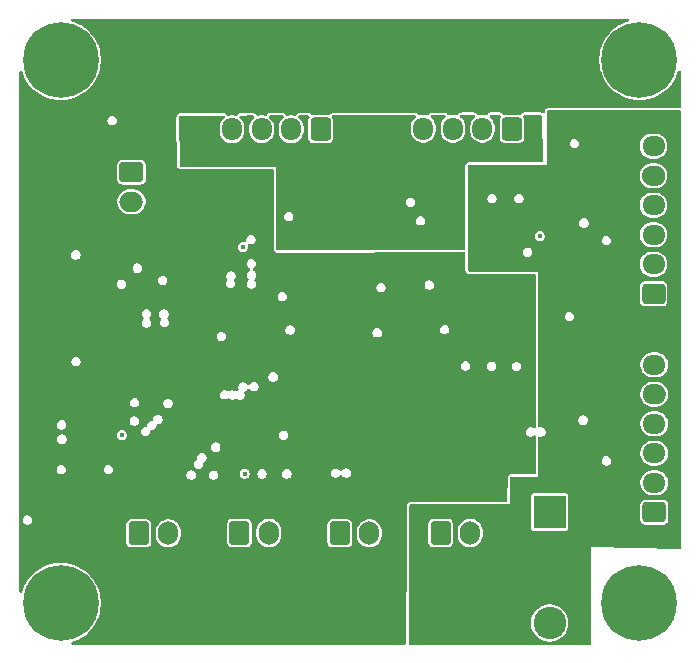
<source format=gbr>
%TF.GenerationSoftware,KiCad,Pcbnew,9.0.4*%
%TF.CreationDate,2025-10-13T17:03:11+02:00*%
%TF.ProjectId,ProjetX,50726f6a-6574-4582-9e6b-696361645f70,rev?*%
%TF.SameCoordinates,Original*%
%TF.FileFunction,Copper,L3,Inr*%
%TF.FilePolarity,Positive*%
%FSLAX46Y46*%
G04 Gerber Fmt 4.6, Leading zero omitted, Abs format (unit mm)*
G04 Created by KiCad (PCBNEW 9.0.4) date 2025-10-13 17:03:11*
%MOMM*%
%LPD*%
G01*
G04 APERTURE LIST*
G04 Aperture macros list*
%AMRoundRect*
0 Rectangle with rounded corners*
0 $1 Rounding radius*
0 $2 $3 $4 $5 $6 $7 $8 $9 X,Y pos of 4 corners*
0 Add a 4 corners polygon primitive as box body*
4,1,4,$2,$3,$4,$5,$6,$7,$8,$9,$2,$3,0*
0 Add four circle primitives for the rounded corners*
1,1,$1+$1,$2,$3*
1,1,$1+$1,$4,$5*
1,1,$1+$1,$6,$7*
1,1,$1+$1,$8,$9*
0 Add four rect primitives between the rounded corners*
20,1,$1+$1,$2,$3,$4,$5,0*
20,1,$1+$1,$4,$5,$6,$7,0*
20,1,$1+$1,$6,$7,$8,$9,0*
20,1,$1+$1,$8,$9,$2,$3,0*%
G04 Aperture macros list end*
%TA.AperFunction,ComponentPad*%
%ADD10RoundRect,0.250000X-0.600000X-0.750000X0.600000X-0.750000X0.600000X0.750000X-0.600000X0.750000X0*%
%TD*%
%TA.AperFunction,ComponentPad*%
%ADD11O,1.700000X2.000000*%
%TD*%
%TA.AperFunction,ComponentPad*%
%ADD12R,2.750000X2.750000*%
%TD*%
%TA.AperFunction,ComponentPad*%
%ADD13C,2.750000*%
%TD*%
%TA.AperFunction,ComponentPad*%
%ADD14C,0.800000*%
%TD*%
%TA.AperFunction,ComponentPad*%
%ADD15C,6.400000*%
%TD*%
%TA.AperFunction,ComponentPad*%
%ADD16RoundRect,0.250000X0.725000X-0.600000X0.725000X0.600000X-0.725000X0.600000X-0.725000X-0.600000X0*%
%TD*%
%TA.AperFunction,ComponentPad*%
%ADD17O,1.950000X1.700000*%
%TD*%
%TA.AperFunction,ComponentPad*%
%ADD18RoundRect,0.250000X0.600000X0.725000X-0.600000X0.725000X-0.600000X-0.725000X0.600000X-0.725000X0*%
%TD*%
%TA.AperFunction,ComponentPad*%
%ADD19O,1.700000X1.950000*%
%TD*%
%TA.AperFunction,ComponentPad*%
%ADD20RoundRect,0.250000X-0.750000X0.600000X-0.750000X-0.600000X0.750000X-0.600000X0.750000X0.600000X0*%
%TD*%
%TA.AperFunction,ComponentPad*%
%ADD21O,2.000000X1.700000*%
%TD*%
%TA.AperFunction,ViaPad*%
%ADD22C,0.450000*%
%TD*%
%TA.AperFunction,ViaPad*%
%ADD23C,0.600000*%
%TD*%
G04 APERTURE END LIST*
D10*
%TO.N,Net-(J7-Pin_1)*%
%TO.C,J7*%
X154130000Y-119050000D03*
D11*
%TO.N,GND*%
X156630000Y-119050000D03*
%TD*%
D12*
%TO.N,unconnected-(S1-Pad1)*%
%TO.C,S1*%
X180400000Y-117275000D03*
D13*
%TO.N,+BATT*%
X180400000Y-121975000D03*
%TO.N,Net-(J2-Pin_2)*%
X180400000Y-126675000D03*
%TD*%
D14*
%TO.N,GND*%
%TO.C,H1*%
X136600000Y-79000000D03*
X137302944Y-77302944D03*
X137302944Y-80697056D03*
X139000000Y-76600000D03*
D15*
X139000000Y-79000000D03*
D14*
X139000000Y-81400000D03*
X140697056Y-77302944D03*
X140697056Y-80697056D03*
X141400000Y-79000000D03*
%TD*%
%TO.N,GND*%
%TO.C,H2*%
X185600000Y-79000000D03*
X186302944Y-77302944D03*
X186302944Y-80697056D03*
X188000000Y-76600000D03*
D15*
X188000000Y-79000000D03*
D14*
X188000000Y-81400000D03*
X189697056Y-77302944D03*
X189697056Y-80697056D03*
X190400000Y-79000000D03*
%TD*%
%TO.N,GND*%
%TO.C,H3*%
X136600000Y-125000000D03*
X137302944Y-123302944D03*
X137302944Y-126697056D03*
X139000000Y-122600000D03*
D15*
X139000000Y-125000000D03*
D14*
X139000000Y-127400000D03*
X140697056Y-123302944D03*
X140697056Y-126697056D03*
X141400000Y-125000000D03*
%TD*%
D10*
%TO.N,Net-(J8-Pin_1)*%
%TO.C,J8*%
X145610000Y-119080000D03*
D11*
%TO.N,GND*%
X148110000Y-119080000D03*
%TD*%
D16*
%TO.N,/Actionneurs/MOTEUR2-*%
%TO.C,J5*%
X189255000Y-117300000D03*
D17*
%TO.N,GND*%
X189255000Y-114800000D03*
%TO.N,/Actionneurs/ENCOD_A2*%
X189255000Y-112300000D03*
%TO.N,/Actionneurs/ENCOD_B2*%
X189255000Y-109800000D03*
%TO.N,+3.3V*%
X189255000Y-107300000D03*
%TO.N,/Actionneurs/MOTEUR2+*%
X189255000Y-104800000D03*
%TD*%
D18*
%TO.N,/STM32/LIDAR_M_CTR*%
%TO.C,J6*%
X161010000Y-84880000D03*
D19*
%TO.N,GND*%
X158510000Y-84880000D03*
%TO.N,unconnected-(J6-Pin_3-Pad3)*%
X156010000Y-84880000D03*
%TO.N,Net-(J6-Pin_4)*%
X153510000Y-84880000D03*
%TO.N,+5V*%
X151010000Y-84880000D03*
%TD*%
D20*
%TO.N,Net-(J4-Pin_1)*%
%TO.C,J4*%
X144995000Y-88500000D03*
D21*
%TO.N,GND*%
X144995000Y-91000000D03*
%TD*%
D16*
%TO.N,/Actionneurs/MOTEUR1-*%
%TO.C,J3*%
X189200000Y-98800000D03*
D17*
%TO.N,GND*%
X189200000Y-96300000D03*
%TO.N,/Actionneurs/ENCOD_A1*%
X189200000Y-93800000D03*
%TO.N,/Actionneurs/ENCOD_B1*%
X189200000Y-91300000D03*
%TO.N,+3.3V*%
X189200000Y-88800000D03*
%TO.N,/Actionneurs/MOTEUR1+*%
X189200000Y-86300000D03*
%TD*%
D10*
%TO.N,Net-(J9-Pin_1)*%
%TO.C,J9*%
X162640000Y-119080000D03*
D11*
%TO.N,GND*%
X165140000Y-119080000D03*
%TD*%
D10*
%TO.N,GND*%
%TO.C,J2*%
X171170000Y-119050000D03*
D11*
%TO.N,Net-(J2-Pin_2)*%
X173670000Y-119050000D03*
%TD*%
D14*
%TO.N,GND*%
%TO.C,H4*%
X185600000Y-125000000D03*
X186302944Y-123302944D03*
X186302944Y-126697056D03*
X188000000Y-122600000D03*
D15*
X188000000Y-125000000D03*
D14*
X188000000Y-127400000D03*
X189697056Y-123302944D03*
X189697056Y-126697056D03*
X190400000Y-125000000D03*
%TD*%
D18*
%TO.N,unconnected-(J11-Pin_1-Pad1)*%
%TO.C,J11*%
X177210000Y-84830000D03*
D19*
%TO.N,GND*%
X174710000Y-84830000D03*
%TO.N,/STM32/BLE_RX*%
X172210000Y-84830000D03*
%TO.N,/STM32/BLE_TX*%
X169710000Y-84830000D03*
%TO.N,+5V*%
X167210000Y-84830000D03*
%TD*%
D22*
%TO.N,+3.3V*%
X182865000Y-82465000D03*
X157770000Y-100000000D03*
X163575000Y-99160000D03*
X150205000Y-97825000D03*
X149500000Y-106450000D03*
X165800000Y-104800000D03*
X166670000Y-100020000D03*
X171560000Y-100827500D03*
X153050000Y-114140000D03*
X164500000Y-105800000D03*
X161270000Y-113970000D03*
X149490000Y-95920000D03*
X145200000Y-102050000D03*
X139180000Y-108530000D03*
X147955000Y-114040000D03*
X147951910Y-105690554D03*
X157470000Y-101880000D03*
X149490000Y-94790000D03*
%TO.N,GND*%
X154570000Y-114020000D03*
X144160000Y-110760000D03*
%TO.N,+5V*%
X159910000Y-90020000D03*
X167421249Y-92640000D03*
X160210000Y-92240000D03*
%TO.N,+BATT*%
X175510000Y-92050000D03*
X182607500Y-113800000D03*
X174360000Y-89400000D03*
X182437500Y-119937500D03*
D23*
X182665000Y-96625000D03*
X184000000Y-89000000D03*
X182650000Y-97450000D03*
X183877500Y-106077500D03*
D22*
X181850000Y-105030000D03*
X182510000Y-103850000D03*
D23*
X182810000Y-88400000D03*
X183400000Y-105700000D03*
D22*
X182607500Y-117350000D03*
X182810000Y-89177500D03*
X182540000Y-105720000D03*
%TO.N,/Actionneurs/ENCOD_A1*%
X154415218Y-94845536D03*
%TO.N,/Actionneurs/FWD1*%
X179550000Y-93900000D03*
%TD*%
%TA.AperFunction,Conductor*%
%TO.N,+BATT*%
G36*
X191442446Y-83280136D02*
G01*
X191488248Y-83332899D01*
X191499500Y-83384511D01*
X191499500Y-120280666D01*
X191479815Y-120347705D01*
X191427011Y-120393460D01*
X191372611Y-120404632D01*
X184022704Y-120233326D01*
X183880000Y-120230000D01*
X183879999Y-120230000D01*
X183932773Y-128374697D01*
X183913524Y-128441862D01*
X183861017Y-128487958D01*
X183808776Y-128499500D01*
X168584000Y-128499500D01*
X168516961Y-128479815D01*
X168471206Y-128427011D01*
X168460000Y-128375500D01*
X168460000Y-128020271D01*
X168460002Y-128019619D01*
X168467725Y-126550999D01*
X178824500Y-126550999D01*
X178824500Y-126799000D01*
X178856296Y-126999750D01*
X178863294Y-127043931D01*
X178939927Y-127279782D01*
X179052511Y-127500742D01*
X179198276Y-127701370D01*
X179373630Y-127876724D01*
X179574258Y-128022489D01*
X179795218Y-128135073D01*
X180031069Y-128211706D01*
X180122920Y-128226253D01*
X180276000Y-128250500D01*
X180276005Y-128250500D01*
X180524000Y-128250500D01*
X180660070Y-128228947D01*
X180768931Y-128211706D01*
X181004782Y-128135073D01*
X181225742Y-128022489D01*
X181426370Y-127876724D01*
X181601724Y-127701370D01*
X181747489Y-127500742D01*
X181860073Y-127279782D01*
X181936706Y-127043931D01*
X181953947Y-126935070D01*
X181975500Y-126799000D01*
X181975500Y-126550999D01*
X181936706Y-126306072D01*
X181936706Y-126306069D01*
X181860073Y-126070218D01*
X181747489Y-125849258D01*
X181601724Y-125648630D01*
X181426370Y-125473276D01*
X181225742Y-125327511D01*
X181004782Y-125214927D01*
X180768931Y-125138294D01*
X180768929Y-125138293D01*
X180768927Y-125138293D01*
X180524000Y-125099500D01*
X180523995Y-125099500D01*
X180276005Y-125099500D01*
X180276000Y-125099500D01*
X180031072Y-125138293D01*
X179795215Y-125214928D01*
X179574257Y-125327511D01*
X179459792Y-125410675D01*
X179373630Y-125473276D01*
X179373628Y-125473278D01*
X179373627Y-125473278D01*
X179198278Y-125648627D01*
X179198278Y-125648628D01*
X179198276Y-125648630D01*
X179171885Y-125684954D01*
X179052511Y-125849257D01*
X178939928Y-126070215D01*
X178863293Y-126306072D01*
X178824500Y-126550999D01*
X168467725Y-126550999D01*
X168467754Y-126545481D01*
X168500046Y-120404632D01*
X168511398Y-118245730D01*
X170119500Y-118245730D01*
X170119500Y-119854269D01*
X170122353Y-119884699D01*
X170122353Y-119884701D01*
X170167206Y-120012880D01*
X170167207Y-120012882D01*
X170247850Y-120122150D01*
X170357118Y-120202793D01*
X170378089Y-120210131D01*
X170485299Y-120247646D01*
X170515730Y-120250500D01*
X170515734Y-120250500D01*
X171824270Y-120250500D01*
X171854699Y-120247646D01*
X171854701Y-120247646D01*
X171918790Y-120225219D01*
X171982882Y-120202793D01*
X172092150Y-120122150D01*
X172172793Y-120012882D01*
X172195219Y-119948790D01*
X172217646Y-119884701D01*
X172217646Y-119884699D01*
X172220500Y-119854269D01*
X172220500Y-118796530D01*
X172619500Y-118796530D01*
X172619500Y-119303469D01*
X172659868Y-119506412D01*
X172659870Y-119506420D01*
X172739058Y-119697596D01*
X172854024Y-119869657D01*
X173000342Y-120015975D01*
X173000345Y-120015977D01*
X173172402Y-120130941D01*
X173363580Y-120210130D01*
X173552187Y-120247646D01*
X173566530Y-120250499D01*
X173566534Y-120250500D01*
X173566535Y-120250500D01*
X173773466Y-120250500D01*
X173773467Y-120250499D01*
X173976420Y-120210130D01*
X174167598Y-120130941D01*
X174339655Y-120015977D01*
X174485977Y-119869655D01*
X174600941Y-119697598D01*
X174680130Y-119506420D01*
X174720500Y-119303465D01*
X174720500Y-118796535D01*
X174680130Y-118593580D01*
X174600941Y-118402402D01*
X174485977Y-118230345D01*
X174485975Y-118230342D01*
X174339657Y-118084024D01*
X174191005Y-117984699D01*
X174167598Y-117969059D01*
X173976420Y-117889870D01*
X173976412Y-117889868D01*
X173773469Y-117849500D01*
X173773465Y-117849500D01*
X173566535Y-117849500D01*
X173566530Y-117849500D01*
X173363587Y-117889868D01*
X173363579Y-117889870D01*
X173172403Y-117969058D01*
X173000342Y-118084024D01*
X172854024Y-118230342D01*
X172739058Y-118402403D01*
X172659870Y-118593579D01*
X172659868Y-118593587D01*
X172619500Y-118796530D01*
X172220500Y-118796530D01*
X172220500Y-118245730D01*
X172217646Y-118215300D01*
X172217646Y-118215298D01*
X172172793Y-118087119D01*
X172172792Y-118087117D01*
X172092150Y-117977850D01*
X171982882Y-117897207D01*
X171982880Y-117897206D01*
X171854700Y-117852353D01*
X171824270Y-117849500D01*
X171824266Y-117849500D01*
X170515734Y-117849500D01*
X170515730Y-117849500D01*
X170485300Y-117852353D01*
X170485298Y-117852353D01*
X170357119Y-117897206D01*
X170357117Y-117897207D01*
X170247850Y-117977850D01*
X170167207Y-118087117D01*
X170167206Y-118087119D01*
X170122353Y-118215298D01*
X170122353Y-118215300D01*
X170119500Y-118245730D01*
X168511398Y-118245730D01*
X168519351Y-116733346D01*
X168539388Y-116666413D01*
X168592431Y-116620936D01*
X168643349Y-116610000D01*
X176905846Y-116610000D01*
X176972885Y-116629685D01*
X177018640Y-116682489D01*
X177029846Y-116734154D01*
X177028771Y-117599731D01*
X177028772Y-117599263D01*
X177028772Y-117599732D01*
X177034588Y-115880247D01*
X178824500Y-115880247D01*
X178824500Y-118669752D01*
X178836131Y-118728229D01*
X178836132Y-118728230D01*
X178880447Y-118794552D01*
X178946769Y-118838867D01*
X178946770Y-118838868D01*
X179005247Y-118850499D01*
X179005250Y-118850500D01*
X179005252Y-118850500D01*
X181794750Y-118850500D01*
X181794751Y-118850499D01*
X181809568Y-118847552D01*
X181853229Y-118838868D01*
X181853229Y-118838867D01*
X181853231Y-118838867D01*
X181919552Y-118794552D01*
X181963867Y-118728231D01*
X181963867Y-118728229D01*
X181963868Y-118728229D01*
X181975499Y-118669752D01*
X181975500Y-118669750D01*
X181975500Y-116645730D01*
X188079500Y-116645730D01*
X188079500Y-117954269D01*
X188082353Y-117984699D01*
X188082353Y-117984701D01*
X188118192Y-118087119D01*
X188127207Y-118112882D01*
X188207850Y-118222150D01*
X188317118Y-118302793D01*
X188359845Y-118317744D01*
X188445299Y-118347646D01*
X188475730Y-118350500D01*
X188475734Y-118350500D01*
X190034270Y-118350500D01*
X190064699Y-118347646D01*
X190064701Y-118347646D01*
X190128790Y-118325219D01*
X190192882Y-118302793D01*
X190302150Y-118222150D01*
X190382793Y-118112882D01*
X190405219Y-118048790D01*
X190427646Y-117984701D01*
X190427646Y-117984699D01*
X190430500Y-117954269D01*
X190430500Y-116645730D01*
X190427646Y-116615300D01*
X190427646Y-116615298D01*
X190382793Y-116487119D01*
X190382792Y-116487117D01*
X190302150Y-116377850D01*
X190192882Y-116297207D01*
X190192880Y-116297206D01*
X190064700Y-116252353D01*
X190034270Y-116249500D01*
X190034266Y-116249500D01*
X188475734Y-116249500D01*
X188475730Y-116249500D01*
X188445300Y-116252353D01*
X188445298Y-116252353D01*
X188317119Y-116297206D01*
X188317117Y-116297207D01*
X188207850Y-116377850D01*
X188127207Y-116487117D01*
X188127206Y-116487119D01*
X188082353Y-116615298D01*
X188082353Y-116615300D01*
X188079500Y-116645730D01*
X181975500Y-116645730D01*
X181975500Y-115880249D01*
X181975499Y-115880247D01*
X181963868Y-115821770D01*
X181963867Y-115821769D01*
X181919552Y-115755447D01*
X181853230Y-115711132D01*
X181853229Y-115711131D01*
X181794752Y-115699500D01*
X181794748Y-115699500D01*
X179005252Y-115699500D01*
X179005247Y-115699500D01*
X178946770Y-115711131D01*
X178946769Y-115711132D01*
X178880447Y-115755447D01*
X178836132Y-115821769D01*
X178836131Y-115821770D01*
X178824500Y-115880247D01*
X177034588Y-115880247D01*
X177034689Y-115850500D01*
X177038591Y-114696530D01*
X188079500Y-114696530D01*
X188079500Y-114903469D01*
X188119868Y-115106412D01*
X188119870Y-115106420D01*
X188199058Y-115297596D01*
X188314024Y-115469657D01*
X188460342Y-115615975D01*
X188460345Y-115615977D01*
X188632402Y-115730941D01*
X188823580Y-115810130D01*
X189026530Y-115850499D01*
X189026534Y-115850500D01*
X189026535Y-115850500D01*
X189483466Y-115850500D01*
X189483467Y-115850499D01*
X189686420Y-115810130D01*
X189877598Y-115730941D01*
X190049655Y-115615977D01*
X190195977Y-115469655D01*
X190310941Y-115297598D01*
X190390130Y-115106420D01*
X190430500Y-114903465D01*
X190430500Y-114696535D01*
X190390130Y-114493580D01*
X190310941Y-114302402D01*
X190195977Y-114130345D01*
X190195975Y-114130342D01*
X190049657Y-113984024D01*
X189963626Y-113926541D01*
X189877598Y-113869059D01*
X189686420Y-113789870D01*
X189686412Y-113789868D01*
X189483469Y-113749500D01*
X189483465Y-113749500D01*
X189026535Y-113749500D01*
X189026530Y-113749500D01*
X188823587Y-113789868D01*
X188823579Y-113789870D01*
X188632403Y-113869058D01*
X188460342Y-113984024D01*
X188314024Y-114130342D01*
X188199058Y-114302403D01*
X188119870Y-114493579D01*
X188119868Y-114493587D01*
X188079500Y-114696530D01*
X177038591Y-114696530D01*
X177038613Y-114690024D01*
X177039582Y-114403581D01*
X177059493Y-114336608D01*
X177112451Y-114291032D01*
X177163581Y-114280000D01*
X179410000Y-114280000D01*
X179412391Y-112897273D01*
X184799500Y-112897273D01*
X184799500Y-113002727D01*
X184826793Y-113104587D01*
X184879520Y-113195913D01*
X184954087Y-113270480D01*
X185045413Y-113323207D01*
X185147273Y-113350500D01*
X185147275Y-113350500D01*
X185252725Y-113350500D01*
X185252727Y-113350500D01*
X185354587Y-113323207D01*
X185445913Y-113270480D01*
X185520480Y-113195913D01*
X185573207Y-113104587D01*
X185600500Y-113002727D01*
X185600500Y-112897273D01*
X185573207Y-112795413D01*
X185520480Y-112704087D01*
X185445913Y-112629520D01*
X185354587Y-112576793D01*
X185252727Y-112549500D01*
X185147273Y-112549500D01*
X185045413Y-112576793D01*
X185045410Y-112576794D01*
X184954085Y-112629521D01*
X184879521Y-112704085D01*
X184826794Y-112795410D01*
X184826793Y-112795413D01*
X184799500Y-112897273D01*
X179412391Y-112897273D01*
X179413602Y-112196530D01*
X188079500Y-112196530D01*
X188079500Y-112403469D01*
X188119868Y-112606412D01*
X188119870Y-112606420D01*
X188199058Y-112797596D01*
X188314024Y-112969657D01*
X188460342Y-113115975D01*
X188460345Y-113115977D01*
X188632402Y-113230941D01*
X188823580Y-113310130D01*
X189026530Y-113350499D01*
X189026534Y-113350500D01*
X189026535Y-113350500D01*
X189483466Y-113350500D01*
X189483467Y-113350499D01*
X189686420Y-113310130D01*
X189877598Y-113230941D01*
X190049655Y-113115977D01*
X190195977Y-112969655D01*
X190310941Y-112797598D01*
X190390130Y-112606420D01*
X190430500Y-112403465D01*
X190430500Y-112196535D01*
X190390130Y-111993580D01*
X190310941Y-111802402D01*
X190195977Y-111630345D01*
X190195975Y-111630342D01*
X190049657Y-111484024D01*
X189963626Y-111426541D01*
X189877598Y-111369059D01*
X189686420Y-111289870D01*
X189686412Y-111289868D01*
X189483469Y-111249500D01*
X189483465Y-111249500D01*
X189026535Y-111249500D01*
X189026530Y-111249500D01*
X188823587Y-111289868D01*
X188823579Y-111289870D01*
X188632403Y-111369058D01*
X188460342Y-111484024D01*
X188314024Y-111630342D01*
X188199058Y-111802403D01*
X188119870Y-111993579D01*
X188119868Y-111993587D01*
X188079500Y-112196530D01*
X179413602Y-112196530D01*
X179415648Y-111013216D01*
X179435449Y-110946213D01*
X179488332Y-110900550D01*
X179557507Y-110890726D01*
X179571721Y-110893653D01*
X179597273Y-110900500D01*
X179597277Y-110900500D01*
X179702725Y-110900500D01*
X179702727Y-110900500D01*
X179804587Y-110873207D01*
X179895913Y-110820480D01*
X179970480Y-110745913D01*
X180023207Y-110654587D01*
X180050500Y-110552727D01*
X180050500Y-110447273D01*
X180023207Y-110345413D01*
X179970480Y-110254087D01*
X179895913Y-110179520D01*
X179804587Y-110126793D01*
X179702727Y-110099500D01*
X179597273Y-110099500D01*
X179573514Y-110105865D01*
X179503665Y-110104201D01*
X179445803Y-110065037D01*
X179418301Y-110000808D01*
X179417424Y-109985892D01*
X179418355Y-109447273D01*
X182842000Y-109447273D01*
X182842000Y-109552727D01*
X182869293Y-109654587D01*
X182922020Y-109745913D01*
X182996587Y-109820480D01*
X183087913Y-109873207D01*
X183189773Y-109900500D01*
X183189775Y-109900500D01*
X183295225Y-109900500D01*
X183295227Y-109900500D01*
X183397087Y-109873207D01*
X183488413Y-109820480D01*
X183562980Y-109745913D01*
X183591491Y-109696530D01*
X188079500Y-109696530D01*
X188079500Y-109903469D01*
X188119868Y-110106412D01*
X188119870Y-110106420D01*
X188199058Y-110297596D01*
X188314024Y-110469657D01*
X188460342Y-110615975D01*
X188460345Y-110615977D01*
X188632402Y-110730941D01*
X188823580Y-110810130D01*
X189026530Y-110850499D01*
X189026534Y-110850500D01*
X189026535Y-110850500D01*
X189483466Y-110850500D01*
X189483467Y-110850499D01*
X189686420Y-110810130D01*
X189877598Y-110730941D01*
X190049655Y-110615977D01*
X190195977Y-110469655D01*
X190310941Y-110297598D01*
X190390130Y-110106420D01*
X190430500Y-109903465D01*
X190430500Y-109696535D01*
X190390130Y-109493580D01*
X190310941Y-109302402D01*
X190195977Y-109130345D01*
X190195975Y-109130342D01*
X190049657Y-108984024D01*
X189963626Y-108926541D01*
X189877598Y-108869059D01*
X189686420Y-108789870D01*
X189686412Y-108789868D01*
X189483469Y-108749500D01*
X189483465Y-108749500D01*
X189026535Y-108749500D01*
X189026530Y-108749500D01*
X188823587Y-108789868D01*
X188823579Y-108789870D01*
X188632403Y-108869058D01*
X188460342Y-108984024D01*
X188314024Y-109130342D01*
X188199058Y-109302403D01*
X188119870Y-109493579D01*
X188119868Y-109493587D01*
X188079500Y-109696530D01*
X183591491Y-109696530D01*
X183615707Y-109654587D01*
X183643000Y-109552727D01*
X183643000Y-109447273D01*
X183615707Y-109345413D01*
X183562980Y-109254087D01*
X183488413Y-109179520D01*
X183397087Y-109126793D01*
X183295227Y-109099500D01*
X183189773Y-109099500D01*
X183087913Y-109126793D01*
X183087910Y-109126794D01*
X182996585Y-109179521D01*
X182922021Y-109254085D01*
X182869294Y-109345410D01*
X182869293Y-109345413D01*
X182842000Y-109447273D01*
X179418355Y-109447273D01*
X179422247Y-107196530D01*
X188079500Y-107196530D01*
X188079500Y-107403469D01*
X188119868Y-107606412D01*
X188119870Y-107606420D01*
X188199058Y-107797596D01*
X188314024Y-107969657D01*
X188460342Y-108115975D01*
X188460345Y-108115977D01*
X188632402Y-108230941D01*
X188823580Y-108310130D01*
X189026530Y-108350499D01*
X189026534Y-108350500D01*
X189026535Y-108350500D01*
X189483466Y-108350500D01*
X189483467Y-108350499D01*
X189686420Y-108310130D01*
X189877598Y-108230941D01*
X190049655Y-108115977D01*
X190195977Y-107969655D01*
X190310941Y-107797598D01*
X190390130Y-107606420D01*
X190430500Y-107403465D01*
X190430500Y-107196535D01*
X190390130Y-106993580D01*
X190310941Y-106802402D01*
X190195977Y-106630345D01*
X190195975Y-106630342D01*
X190049657Y-106484024D01*
X189963626Y-106426541D01*
X189877598Y-106369059D01*
X189686420Y-106289870D01*
X189686412Y-106289868D01*
X189483469Y-106249500D01*
X189483465Y-106249500D01*
X189026535Y-106249500D01*
X189026530Y-106249500D01*
X188823587Y-106289868D01*
X188823579Y-106289870D01*
X188632403Y-106369058D01*
X188460342Y-106484024D01*
X188314024Y-106630342D01*
X188199058Y-106802403D01*
X188119870Y-106993579D01*
X188119868Y-106993587D01*
X188079500Y-107196530D01*
X179422247Y-107196530D01*
X179426570Y-104696530D01*
X188079500Y-104696530D01*
X188079500Y-104903469D01*
X188119868Y-105106412D01*
X188119870Y-105106420D01*
X188180577Y-105252980D01*
X188199059Y-105297598D01*
X188256541Y-105383626D01*
X188314024Y-105469657D01*
X188460342Y-105615975D01*
X188460345Y-105615977D01*
X188632402Y-105730941D01*
X188823580Y-105810130D01*
X189026530Y-105850499D01*
X189026534Y-105850500D01*
X189026535Y-105850500D01*
X189483466Y-105850500D01*
X189483467Y-105850499D01*
X189686420Y-105810130D01*
X189877598Y-105730941D01*
X190049655Y-105615977D01*
X190195977Y-105469655D01*
X190310941Y-105297598D01*
X190390130Y-105106420D01*
X190430500Y-104903465D01*
X190430500Y-104696535D01*
X190390130Y-104493580D01*
X190310941Y-104302402D01*
X190195977Y-104130345D01*
X190195975Y-104130342D01*
X190049657Y-103984024D01*
X189963626Y-103926541D01*
X189877598Y-103869059D01*
X189686420Y-103789870D01*
X189686412Y-103789868D01*
X189483469Y-103749500D01*
X189483465Y-103749500D01*
X189026535Y-103749500D01*
X189026530Y-103749500D01*
X188823587Y-103789868D01*
X188823579Y-103789870D01*
X188632403Y-103869058D01*
X188460342Y-103984024D01*
X188314024Y-104130342D01*
X188199058Y-104302403D01*
X188119870Y-104493579D01*
X188119868Y-104493587D01*
X188079500Y-104696530D01*
X179426570Y-104696530D01*
X179433538Y-100667273D01*
X181669500Y-100667273D01*
X181669500Y-100772727D01*
X181696793Y-100874587D01*
X181749520Y-100965913D01*
X181824087Y-101040480D01*
X181915413Y-101093207D01*
X182017273Y-101120500D01*
X182017275Y-101120500D01*
X182122725Y-101120500D01*
X182122727Y-101120500D01*
X182224587Y-101093207D01*
X182315913Y-101040480D01*
X182390480Y-100965913D01*
X182443207Y-100874587D01*
X182470500Y-100772727D01*
X182470500Y-100667273D01*
X182443207Y-100565413D01*
X182390480Y-100474087D01*
X182315913Y-100399520D01*
X182224587Y-100346793D01*
X182122727Y-100319500D01*
X182017273Y-100319500D01*
X181915413Y-100346793D01*
X181915410Y-100346794D01*
X181824085Y-100399521D01*
X181749521Y-100474085D01*
X181696794Y-100565410D01*
X181696793Y-100565413D01*
X181669500Y-100667273D01*
X179433538Y-100667273D01*
X179437898Y-98145730D01*
X188024500Y-98145730D01*
X188024500Y-99454269D01*
X188027353Y-99484699D01*
X188027353Y-99484701D01*
X188072206Y-99612880D01*
X188072207Y-99612882D01*
X188152850Y-99722150D01*
X188262118Y-99802793D01*
X188304845Y-99817744D01*
X188390299Y-99847646D01*
X188420730Y-99850500D01*
X188420734Y-99850500D01*
X189979270Y-99850500D01*
X190009699Y-99847646D01*
X190009701Y-99847646D01*
X190073790Y-99825219D01*
X190137882Y-99802793D01*
X190247150Y-99722150D01*
X190327793Y-99612882D01*
X190350219Y-99548790D01*
X190372646Y-99484701D01*
X190372646Y-99484699D01*
X190375500Y-99454269D01*
X190375500Y-98145730D01*
X190372646Y-98115300D01*
X190372646Y-98115298D01*
X190339006Y-98019163D01*
X190327793Y-97987118D01*
X190247150Y-97877850D01*
X190137882Y-97797207D01*
X190137880Y-97797206D01*
X190009700Y-97752353D01*
X189979270Y-97749500D01*
X189979266Y-97749500D01*
X188420734Y-97749500D01*
X188420730Y-97749500D01*
X188390300Y-97752353D01*
X188390298Y-97752353D01*
X188262119Y-97797206D01*
X188262117Y-97797207D01*
X188152850Y-97877850D01*
X188072207Y-97987117D01*
X188072206Y-97987119D01*
X188027353Y-98115298D01*
X188027353Y-98115300D01*
X188024500Y-98145730D01*
X179437898Y-98145730D01*
X179440000Y-96930000D01*
X173603331Y-96930000D01*
X173536292Y-96910315D01*
X173490537Y-96857511D01*
X173479333Y-96806670D01*
X173476035Y-96196530D01*
X188024500Y-96196530D01*
X188024500Y-96403469D01*
X188064868Y-96606412D01*
X188064870Y-96606420D01*
X188144058Y-96797596D01*
X188259024Y-96969657D01*
X188405342Y-97115975D01*
X188405345Y-97115977D01*
X188577402Y-97230941D01*
X188768580Y-97310130D01*
X188971530Y-97350499D01*
X188971534Y-97350500D01*
X188971535Y-97350500D01*
X189428466Y-97350500D01*
X189428467Y-97350499D01*
X189631420Y-97310130D01*
X189822598Y-97230941D01*
X189994655Y-97115977D01*
X190140977Y-96969655D01*
X190255941Y-96797598D01*
X190335130Y-96606420D01*
X190375500Y-96403465D01*
X190375500Y-96196535D01*
X190335130Y-95993580D01*
X190255941Y-95802402D01*
X190140977Y-95630345D01*
X190140975Y-95630342D01*
X189994657Y-95484024D01*
X189908626Y-95426541D01*
X189822598Y-95369059D01*
X189750174Y-95339060D01*
X189631420Y-95289870D01*
X189631412Y-95289868D01*
X189428469Y-95249500D01*
X189428465Y-95249500D01*
X188971535Y-95249500D01*
X188971530Y-95249500D01*
X188768587Y-95289868D01*
X188768579Y-95289870D01*
X188577403Y-95369058D01*
X188405342Y-95484024D01*
X188259024Y-95630342D01*
X188144058Y-95802403D01*
X188064870Y-95993579D01*
X188064868Y-95993587D01*
X188024500Y-96196530D01*
X173476035Y-96196530D01*
X173476006Y-96191113D01*
X173470830Y-95233607D01*
X178138296Y-95233607D01*
X178138296Y-95339061D01*
X178165589Y-95440921D01*
X178218316Y-95532247D01*
X178292883Y-95606814D01*
X178384209Y-95659541D01*
X178486069Y-95686834D01*
X178486071Y-95686834D01*
X178591521Y-95686834D01*
X178591523Y-95686834D01*
X178693383Y-95659541D01*
X178784709Y-95606814D01*
X178859276Y-95532247D01*
X178912003Y-95440921D01*
X178939296Y-95339061D01*
X178939296Y-95233607D01*
X178912003Y-95131747D01*
X178859276Y-95040421D01*
X178784709Y-94965854D01*
X178693383Y-94913127D01*
X178591523Y-94885834D01*
X178486069Y-94885834D01*
X178384209Y-94913127D01*
X178384206Y-94913128D01*
X178292881Y-94965855D01*
X178218317Y-95040419D01*
X178165590Y-95131744D01*
X178165589Y-95131747D01*
X178138296Y-95233607D01*
X173470830Y-95233607D01*
X173470790Y-95226150D01*
X173470002Y-95080326D01*
X173470000Y-95080000D01*
X173466572Y-93843982D01*
X179124500Y-93843982D01*
X179124500Y-93956018D01*
X179153497Y-94064237D01*
X179209515Y-94161263D01*
X179288737Y-94240485D01*
X179385763Y-94296503D01*
X179493982Y-94325500D01*
X179493984Y-94325500D01*
X179606016Y-94325500D01*
X179606018Y-94325500D01*
X179714237Y-94296503D01*
X179808166Y-94242273D01*
X184804500Y-94242273D01*
X184804500Y-94347727D01*
X184831793Y-94449587D01*
X184884520Y-94540913D01*
X184959087Y-94615480D01*
X185050413Y-94668207D01*
X185152273Y-94695500D01*
X185152275Y-94695500D01*
X185257725Y-94695500D01*
X185257727Y-94695500D01*
X185359587Y-94668207D01*
X185450913Y-94615480D01*
X185525480Y-94540913D01*
X185578207Y-94449587D01*
X185605500Y-94347727D01*
X185605500Y-94242273D01*
X185578207Y-94140413D01*
X185525480Y-94049087D01*
X185450913Y-93974520D01*
X185359587Y-93921793D01*
X185257727Y-93894500D01*
X185152273Y-93894500D01*
X185050413Y-93921793D01*
X185050410Y-93921794D01*
X184959085Y-93974521D01*
X184884521Y-94049085D01*
X184831794Y-94140410D01*
X184831793Y-94140413D01*
X184804500Y-94242273D01*
X179808166Y-94242273D01*
X179811263Y-94240485D01*
X179890485Y-94161263D01*
X179946503Y-94064237D01*
X179975500Y-93956018D01*
X179975500Y-93843982D01*
X179946503Y-93735763D01*
X179923852Y-93696530D01*
X188024500Y-93696530D01*
X188024500Y-93903469D01*
X188064868Y-94106412D01*
X188064870Y-94106420D01*
X188143604Y-94296501D01*
X188144059Y-94297598D01*
X188177553Y-94347725D01*
X188259024Y-94469657D01*
X188405342Y-94615975D01*
X188405345Y-94615977D01*
X188577402Y-94730941D01*
X188768580Y-94810130D01*
X188971530Y-94850499D01*
X188971534Y-94850500D01*
X188971535Y-94850500D01*
X189428466Y-94850500D01*
X189428467Y-94850499D01*
X189631420Y-94810130D01*
X189822598Y-94730941D01*
X189994655Y-94615977D01*
X190140977Y-94469655D01*
X190255941Y-94297598D01*
X190335130Y-94106420D01*
X190375500Y-93903465D01*
X190375500Y-93696535D01*
X190335130Y-93493580D01*
X190255941Y-93302402D01*
X190140977Y-93130345D01*
X190140975Y-93130342D01*
X189994657Y-92984024D01*
X189908626Y-92926541D01*
X189822598Y-92869059D01*
X189783169Y-92852727D01*
X189631420Y-92789870D01*
X189631412Y-92789868D01*
X189428469Y-92749500D01*
X189428465Y-92749500D01*
X188971535Y-92749500D01*
X188971530Y-92749500D01*
X188768587Y-92789868D01*
X188768579Y-92789870D01*
X188577403Y-92869058D01*
X188405342Y-92984024D01*
X188259024Y-93130342D01*
X188144058Y-93302403D01*
X188064870Y-93493579D01*
X188064868Y-93493587D01*
X188024500Y-93696530D01*
X179923852Y-93696530D01*
X179890485Y-93638737D01*
X179811263Y-93559515D01*
X179714237Y-93503497D01*
X179606018Y-93474500D01*
X179493982Y-93474500D01*
X179385763Y-93503497D01*
X179385760Y-93503498D01*
X179288740Y-93559513D01*
X179288734Y-93559517D01*
X179209517Y-93638734D01*
X179209513Y-93638740D01*
X179153498Y-93735760D01*
X179153497Y-93735763D01*
X179124500Y-93843982D01*
X173466572Y-93843982D01*
X173466550Y-93836199D01*
X173463530Y-92747273D01*
X182899500Y-92747273D01*
X182899500Y-92852727D01*
X182926793Y-92954587D01*
X182979520Y-93045913D01*
X183054087Y-93120480D01*
X183145413Y-93173207D01*
X183247273Y-93200500D01*
X183247275Y-93200500D01*
X183352725Y-93200500D01*
X183352727Y-93200500D01*
X183454587Y-93173207D01*
X183545913Y-93120480D01*
X183620480Y-93045913D01*
X183673207Y-92954587D01*
X183700500Y-92852727D01*
X183700500Y-92747273D01*
X183673207Y-92645413D01*
X183620480Y-92554087D01*
X183545913Y-92479520D01*
X183454587Y-92426793D01*
X183352727Y-92399500D01*
X183247273Y-92399500D01*
X183145413Y-92426793D01*
X183145410Y-92426794D01*
X183054085Y-92479521D01*
X182979521Y-92554085D01*
X182926794Y-92645410D01*
X182926793Y-92645413D01*
X182899500Y-92747273D01*
X173463530Y-92747273D01*
X173463508Y-92739490D01*
X173459228Y-91196530D01*
X188024500Y-91196530D01*
X188024500Y-91403469D01*
X188064868Y-91606412D01*
X188064870Y-91606420D01*
X188144058Y-91797596D01*
X188259024Y-91969657D01*
X188405342Y-92115975D01*
X188405345Y-92115977D01*
X188577402Y-92230941D01*
X188768580Y-92310130D01*
X188971530Y-92350499D01*
X188971534Y-92350500D01*
X188971535Y-92350500D01*
X189428466Y-92350500D01*
X189428467Y-92350499D01*
X189631420Y-92310130D01*
X189822598Y-92230941D01*
X189994655Y-92115977D01*
X190140977Y-91969655D01*
X190255941Y-91797598D01*
X190335130Y-91606420D01*
X190375500Y-91403465D01*
X190375500Y-91196535D01*
X190335130Y-90993580D01*
X190255941Y-90802402D01*
X190140977Y-90630345D01*
X190140975Y-90630342D01*
X189994657Y-90484024D01*
X189834174Y-90376794D01*
X189822598Y-90369059D01*
X189805056Y-90361793D01*
X189631420Y-90289870D01*
X189631412Y-90289868D01*
X189428469Y-90249500D01*
X189428465Y-90249500D01*
X188971535Y-90249500D01*
X188971530Y-90249500D01*
X188768587Y-90289868D01*
X188768579Y-90289870D01*
X188577403Y-90369058D01*
X188405342Y-90484024D01*
X188259024Y-90630342D01*
X188144058Y-90802403D01*
X188064870Y-90993579D01*
X188064868Y-90993587D01*
X188024500Y-91196530D01*
X173459228Y-91196530D01*
X173457843Y-90697273D01*
X175119500Y-90697273D01*
X175119500Y-90802727D01*
X175146793Y-90904587D01*
X175199520Y-90995913D01*
X175274087Y-91070480D01*
X175365413Y-91123207D01*
X175467273Y-91150500D01*
X175467275Y-91150500D01*
X175572725Y-91150500D01*
X175572727Y-91150500D01*
X175674587Y-91123207D01*
X175765913Y-91070480D01*
X175840480Y-90995913D01*
X175893207Y-90904587D01*
X175920500Y-90802727D01*
X175920500Y-90697273D01*
X175916481Y-90682273D01*
X177389500Y-90682273D01*
X177389500Y-90787727D01*
X177416793Y-90889587D01*
X177469520Y-90980913D01*
X177544087Y-91055480D01*
X177635413Y-91108207D01*
X177737273Y-91135500D01*
X177737275Y-91135500D01*
X177842725Y-91135500D01*
X177842727Y-91135500D01*
X177944587Y-91108207D01*
X178035913Y-91055480D01*
X178110480Y-90980913D01*
X178163207Y-90889587D01*
X178190500Y-90787727D01*
X178190500Y-90682273D01*
X178163207Y-90580413D01*
X178110480Y-90489087D01*
X178035913Y-90414520D01*
X177957172Y-90369059D01*
X177944589Y-90361794D01*
X177944588Y-90361793D01*
X177944587Y-90361793D01*
X177842727Y-90334500D01*
X177737273Y-90334500D01*
X177635413Y-90361793D01*
X177635410Y-90361794D01*
X177544085Y-90414521D01*
X177469521Y-90489085D01*
X177416794Y-90580410D01*
X177416793Y-90580413D01*
X177389500Y-90682273D01*
X175916481Y-90682273D01*
X175893207Y-90595413D01*
X175840480Y-90504087D01*
X175765913Y-90429520D01*
X175674587Y-90376793D01*
X175572727Y-90349500D01*
X175467273Y-90349500D01*
X175365413Y-90376793D01*
X175365410Y-90376794D01*
X175274085Y-90429521D01*
X175199521Y-90504085D01*
X175146794Y-90595410D01*
X175146793Y-90595413D01*
X175119500Y-90697273D01*
X173457843Y-90697273D01*
X173457821Y-90689490D01*
X173452293Y-88696530D01*
X188024500Y-88696530D01*
X188024500Y-88903469D01*
X188064868Y-89106412D01*
X188064870Y-89106420D01*
X188144058Y-89297596D01*
X188259024Y-89469657D01*
X188405342Y-89615975D01*
X188405345Y-89615977D01*
X188577402Y-89730941D01*
X188768580Y-89810130D01*
X188971530Y-89850499D01*
X188971534Y-89850500D01*
X188971535Y-89850500D01*
X189428466Y-89850500D01*
X189428467Y-89850499D01*
X189631420Y-89810130D01*
X189822598Y-89730941D01*
X189994655Y-89615977D01*
X190140977Y-89469655D01*
X190255941Y-89297598D01*
X190335130Y-89106420D01*
X190375500Y-88903465D01*
X190375500Y-88696535D01*
X190335130Y-88493580D01*
X190255941Y-88302402D01*
X190140977Y-88130345D01*
X190140975Y-88130342D01*
X189994657Y-87984024D01*
X189824006Y-87870000D01*
X189822598Y-87869059D01*
X189631420Y-87789870D01*
X189631412Y-87789868D01*
X189428469Y-87749500D01*
X189428465Y-87749500D01*
X188971535Y-87749500D01*
X188971530Y-87749500D01*
X188768587Y-87789868D01*
X188768579Y-87789870D01*
X188577403Y-87869058D01*
X188405342Y-87984024D01*
X188259024Y-88130342D01*
X188144058Y-88302403D01*
X188064870Y-88493579D01*
X188064868Y-88493587D01*
X188024500Y-88696530D01*
X173452293Y-88696530D01*
X173452277Y-88690787D01*
X173450345Y-87994344D01*
X173469844Y-87927250D01*
X173522521Y-87881349D01*
X173574345Y-87870000D01*
X180180000Y-87870000D01*
X180180000Y-86037273D01*
X182089500Y-86037273D01*
X182089500Y-86142727D01*
X182116793Y-86244587D01*
X182169520Y-86335913D01*
X182244087Y-86410480D01*
X182335413Y-86463207D01*
X182437273Y-86490500D01*
X182437275Y-86490500D01*
X182542725Y-86490500D01*
X182542727Y-86490500D01*
X182644587Y-86463207D01*
X182735913Y-86410480D01*
X182810480Y-86335913D01*
X182863207Y-86244587D01*
X182876084Y-86196530D01*
X188024500Y-86196530D01*
X188024500Y-86403469D01*
X188064868Y-86606412D01*
X188064870Y-86606420D01*
X188144058Y-86797596D01*
X188259024Y-86969657D01*
X188405342Y-87115975D01*
X188405345Y-87115977D01*
X188577402Y-87230941D01*
X188768580Y-87310130D01*
X188971530Y-87350499D01*
X188971534Y-87350500D01*
X188971535Y-87350500D01*
X189428466Y-87350500D01*
X189428467Y-87350499D01*
X189631420Y-87310130D01*
X189822598Y-87230941D01*
X189994655Y-87115977D01*
X190140977Y-86969655D01*
X190255941Y-86797598D01*
X190335130Y-86606420D01*
X190375500Y-86403465D01*
X190375500Y-86196535D01*
X190335130Y-85993580D01*
X190255941Y-85802402D01*
X190140977Y-85630345D01*
X190140975Y-85630342D01*
X189994657Y-85484024D01*
X189908626Y-85426541D01*
X189822598Y-85369059D01*
X189631420Y-85289870D01*
X189631412Y-85289868D01*
X189428469Y-85249500D01*
X189428465Y-85249500D01*
X188971535Y-85249500D01*
X188971530Y-85249500D01*
X188768587Y-85289868D01*
X188768579Y-85289870D01*
X188577403Y-85369058D01*
X188405342Y-85484024D01*
X188259024Y-85630342D01*
X188144058Y-85802403D01*
X188064870Y-85993579D01*
X188064868Y-85993587D01*
X188024500Y-86196530D01*
X182876084Y-86196530D01*
X182890500Y-86142727D01*
X182890500Y-86037273D01*
X182863207Y-85935413D01*
X182810480Y-85844087D01*
X182735913Y-85769520D01*
X182644587Y-85716793D01*
X182542727Y-85689500D01*
X182437273Y-85689500D01*
X182335413Y-85716793D01*
X182335410Y-85716794D01*
X182244085Y-85769521D01*
X182169521Y-85844085D01*
X182116794Y-85935410D01*
X182116793Y-85935413D01*
X182089500Y-86037273D01*
X180180000Y-86037273D01*
X180180000Y-83394000D01*
X180199685Y-83326961D01*
X180252489Y-83281206D01*
X180304000Y-83270000D01*
X180729944Y-83270000D01*
X180730000Y-83270000D01*
X191375392Y-83260512D01*
X191442446Y-83280136D01*
G37*
%TD.AperFunction*%
%TD*%
%TA.AperFunction,Conductor*%
%TO.N,+3.3V*%
G36*
X187053042Y-75520185D02*
G01*
X187098797Y-75572989D01*
X187108741Y-75642147D01*
X187079716Y-75705703D01*
X187021999Y-75743160D01*
X186967079Y-75759820D01*
X186853022Y-75794418D01*
X186544343Y-75922278D01*
X186544338Y-75922280D01*
X186249696Y-76079769D01*
X186249678Y-76079780D01*
X185971890Y-76265393D01*
X185971876Y-76265403D01*
X185713604Y-76477361D01*
X185477361Y-76713604D01*
X185265403Y-76971876D01*
X185265393Y-76971890D01*
X185079780Y-77249678D01*
X185079769Y-77249696D01*
X184922280Y-77544338D01*
X184922278Y-77544343D01*
X184794418Y-77853022D01*
X184697428Y-78172758D01*
X184697425Y-78172769D01*
X184632250Y-78500434D01*
X184632247Y-78500451D01*
X184599500Y-78832947D01*
X184599500Y-79167052D01*
X184632247Y-79499548D01*
X184632250Y-79499565D01*
X184697425Y-79827230D01*
X184697428Y-79827241D01*
X184794418Y-80146977D01*
X184922278Y-80455656D01*
X184922280Y-80455661D01*
X185079769Y-80750303D01*
X185079780Y-80750321D01*
X185265393Y-81028109D01*
X185265403Y-81028123D01*
X185477361Y-81286395D01*
X185713604Y-81522638D01*
X185713609Y-81522642D01*
X185713610Y-81522643D01*
X185971882Y-81734601D01*
X186249685Y-81920224D01*
X186249694Y-81920229D01*
X186249696Y-81920230D01*
X186544338Y-82077719D01*
X186544340Y-82077719D01*
X186544346Y-82077723D01*
X186853024Y-82205582D01*
X187172749Y-82302569D01*
X187172755Y-82302570D01*
X187172758Y-82302571D01*
X187172769Y-82302574D01*
X187378243Y-82343444D01*
X187500441Y-82367751D01*
X187832944Y-82400500D01*
X187832947Y-82400500D01*
X188167053Y-82400500D01*
X188167056Y-82400500D01*
X188499559Y-82367751D01*
X188661757Y-82335487D01*
X188827230Y-82302574D01*
X188827241Y-82302571D01*
X188827241Y-82302570D01*
X188827251Y-82302569D01*
X189146976Y-82205582D01*
X189455654Y-82077723D01*
X189750315Y-81920224D01*
X190028118Y-81734601D01*
X190286390Y-81522643D01*
X190522643Y-81286390D01*
X190734601Y-81028118D01*
X190920224Y-80750315D01*
X191077723Y-80455654D01*
X191205582Y-80146976D01*
X191256840Y-79977998D01*
X191295137Y-79919562D01*
X191358949Y-79891106D01*
X191428016Y-79901666D01*
X191480409Y-79947890D01*
X191499500Y-80013996D01*
X191499500Y-82931011D01*
X191479815Y-82998050D01*
X191427011Y-83043805D01*
X191375611Y-83055011D01*
X180729817Y-83064500D01*
X180303992Y-83064500D01*
X180260313Y-83069197D01*
X180208825Y-83080397D01*
X180198627Y-83082890D01*
X180198624Y-83082891D01*
X180117916Y-83125899D01*
X180117913Y-83125901D01*
X180065104Y-83171660D01*
X180047160Y-83189242D01*
X180047154Y-83189249D01*
X180002511Y-83269059D01*
X180002509Y-83269064D01*
X179982826Y-83336096D01*
X179974500Y-83394002D01*
X179974457Y-83394605D01*
X179974386Y-83394794D01*
X179973870Y-83398385D01*
X179973088Y-83398272D01*
X179950035Y-83460068D01*
X179894099Y-83501936D01*
X179824407Y-83506916D01*
X179790521Y-83494128D01*
X179733632Y-83462500D01*
X179697463Y-83451982D01*
X179666539Y-83442989D01*
X179666537Y-83442988D01*
X179666535Y-83442988D01*
X179608627Y-83434816D01*
X179608620Y-83434815D01*
X179608619Y-83434815D01*
X178274282Y-83438290D01*
X178224427Y-83444564D01*
X178224423Y-83444565D01*
X178166050Y-83459334D01*
X178149911Y-83464129D01*
X178149906Y-83464132D01*
X178072146Y-83512257D01*
X178072142Y-83512261D01*
X178044529Y-83539502D01*
X178022397Y-83561335D01*
X178022385Y-83561348D01*
X178005620Y-83580044D01*
X178002835Y-83585879D01*
X177956188Y-83637897D01*
X177888823Y-83656438D01*
X177879360Y-83655915D01*
X177868311Y-83654879D01*
X177864266Y-83654500D01*
X176555734Y-83654500D01*
X176541209Y-83655862D01*
X176532059Y-83656720D01*
X176463474Y-83643379D01*
X176412990Y-83595076D01*
X176411217Y-83591885D01*
X176408365Y-83586565D01*
X176408364Y-83586564D01*
X176408362Y-83586560D01*
X176362474Y-83533881D01*
X176362474Y-83533880D01*
X176344834Y-83515970D01*
X176344832Y-83515969D01*
X176264905Y-83471533D01*
X176227096Y-83460538D01*
X176197812Y-83452022D01*
X176197810Y-83452021D01*
X176197808Y-83452021D01*
X176139900Y-83443849D01*
X176139893Y-83443848D01*
X175431618Y-83445693D01*
X175431617Y-83445693D01*
X175420170Y-83446483D01*
X175404462Y-83447567D01*
X175404456Y-83447567D01*
X175404453Y-83447568D01*
X175404451Y-83447568D01*
X175371991Y-83451982D01*
X175291701Y-83480767D01*
X175291688Y-83480773D01*
X175232253Y-83517486D01*
X175232238Y-83517495D01*
X175211709Y-83531983D01*
X175154869Y-83603629D01*
X175144548Y-83625200D01*
X175097855Y-83677176D01*
X175030474Y-83695657D01*
X175008503Y-83693294D01*
X174813469Y-83654500D01*
X174813465Y-83654500D01*
X174606535Y-83654500D01*
X174512805Y-83673144D01*
X174404151Y-83694756D01*
X174334559Y-83688528D01*
X174279382Y-83645664D01*
X174270679Y-83631735D01*
X174269071Y-83628737D01*
X174249473Y-83592187D01*
X174249472Y-83592185D01*
X174249470Y-83592183D01*
X174203600Y-83539523D01*
X174203565Y-83539485D01*
X174185945Y-83521595D01*
X174185938Y-83521589D01*
X174106013Y-83477155D01*
X174106004Y-83477151D01*
X174038933Y-83457646D01*
X174038918Y-83457643D01*
X173981011Y-83449471D01*
X173981002Y-83449470D01*
X172941322Y-83452178D01*
X172941321Y-83452178D01*
X172928526Y-83453061D01*
X172914166Y-83454052D01*
X172914161Y-83454052D01*
X172914156Y-83454053D01*
X172881699Y-83458467D01*
X172881693Y-83458468D01*
X172801406Y-83487252D01*
X172801393Y-83487258D01*
X172741958Y-83523971D01*
X172741943Y-83523980D01*
X172721414Y-83538468D01*
X172664574Y-83610114D01*
X172656244Y-83627525D01*
X172609551Y-83679502D01*
X172542170Y-83697984D01*
X172520198Y-83695621D01*
X172313469Y-83654500D01*
X172313465Y-83654500D01*
X172106535Y-83654500D01*
X172106530Y-83654500D01*
X171897605Y-83696058D01*
X171897342Y-83694740D01*
X171834342Y-83695300D01*
X171775231Y-83658050D01*
X171758937Y-83634614D01*
X171758792Y-83634344D01*
X171739692Y-83598723D01*
X171739691Y-83598721D01*
X171739690Y-83598719D01*
X171693801Y-83546039D01*
X171693801Y-83546038D01*
X171676161Y-83528128D01*
X171676159Y-83528127D01*
X171596232Y-83483691D01*
X171531797Y-83464953D01*
X171529139Y-83464180D01*
X171529137Y-83464179D01*
X171529135Y-83464179D01*
X171471227Y-83456007D01*
X171471220Y-83456006D01*
X170451028Y-83458663D01*
X170451023Y-83458663D01*
X170423851Y-83460538D01*
X170391403Y-83464952D01*
X170391401Y-83464953D01*
X170311105Y-83493741D01*
X170311097Y-83493745D01*
X170251680Y-83530446D01*
X170251668Y-83530454D01*
X170251662Y-83530457D01*
X170251659Y-83530460D01*
X170246573Y-83534049D01*
X170231124Y-83544951D01*
X170231121Y-83544954D01*
X170174281Y-83616597D01*
X170167524Y-83630719D01*
X170120831Y-83682695D01*
X170053450Y-83701176D01*
X170019682Y-83695859D01*
X170016418Y-83694869D01*
X169813469Y-83654500D01*
X169813465Y-83654500D01*
X169606535Y-83654500D01*
X169606530Y-83654500D01*
X169403587Y-83694868D01*
X169397753Y-83696638D01*
X169397280Y-83695079D01*
X169335629Y-83701703D01*
X169273153Y-83670422D01*
X169248376Y-83638272D01*
X169230672Y-83605255D01*
X169230671Y-83605253D01*
X169184782Y-83552573D01*
X169184782Y-83552572D01*
X169167142Y-83534662D01*
X169167140Y-83534661D01*
X169087213Y-83490225D01*
X169053664Y-83480469D01*
X169020120Y-83470714D01*
X169020118Y-83470713D01*
X169020116Y-83470713D01*
X168962208Y-83462541D01*
X168962201Y-83462540D01*
X168962200Y-83462540D01*
X162068525Y-83480493D01*
X162018664Y-83486768D01*
X161960303Y-83501534D01*
X161944156Y-83506331D01*
X161944154Y-83506332D01*
X161866389Y-83554460D01*
X161816666Y-83603511D01*
X161816641Y-83603537D01*
X161799864Y-83622245D01*
X161793761Y-83635030D01*
X161747113Y-83687047D01*
X161679748Y-83705587D01*
X161670295Y-83705064D01*
X161664274Y-83704500D01*
X161664266Y-83704500D01*
X160355734Y-83704500D01*
X160355732Y-83704500D01*
X160341551Y-83705829D01*
X160272967Y-83692486D01*
X160222485Y-83644181D01*
X160220700Y-83640967D01*
X160214141Y-83628735D01*
X160214140Y-83628733D01*
X160168251Y-83576053D01*
X160168251Y-83576052D01*
X160150610Y-83558141D01*
X160150608Y-83558140D01*
X160070680Y-83513704D01*
X160070677Y-83513703D01*
X160003590Y-83494194D01*
X160003585Y-83494193D01*
X160003584Y-83494193D01*
X159959065Y-83487911D01*
X159945672Y-83486021D01*
X159945671Y-83486021D01*
X159219973Y-83487911D01*
X159219968Y-83487911D01*
X159192796Y-83489786D01*
X159160346Y-83494200D01*
X159160339Y-83494202D01*
X159080039Y-83522993D01*
X159080029Y-83522998D01*
X159020604Y-83559706D01*
X159020589Y-83559716D01*
X159000056Y-83574206D01*
X159000053Y-83574209D01*
X158943214Y-83645859D01*
X158930516Y-83672402D01*
X158883826Y-83724381D01*
X158816446Y-83742866D01*
X158794468Y-83740503D01*
X158613469Y-83704500D01*
X158613465Y-83704500D01*
X158406535Y-83704500D01*
X158406530Y-83704500D01*
X158218558Y-83741890D01*
X158148966Y-83735663D01*
X158093789Y-83692800D01*
X158085089Y-83678876D01*
X158061211Y-83634344D01*
X158061210Y-83634342D01*
X158061208Y-83634340D01*
X158015338Y-83581680D01*
X158015303Y-83581642D01*
X157997683Y-83563752D01*
X157997676Y-83563746D01*
X157917751Y-83519312D01*
X157917742Y-83519308D01*
X157850671Y-83499803D01*
X157850656Y-83499800D01*
X157792749Y-83491628D01*
X157792740Y-83491627D01*
X156729678Y-83494396D01*
X156729673Y-83494396D01*
X156702499Y-83496271D01*
X156670047Y-83500686D01*
X156670044Y-83500686D01*
X156670044Y-83500687D01*
X156664274Y-83502756D01*
X156589738Y-83529481D01*
X156530309Y-83566192D01*
X156530295Y-83566201D01*
X156509764Y-83580690D01*
X156509759Y-83580694D01*
X156452922Y-83652340D01*
X156442210Y-83674731D01*
X156395519Y-83726709D01*
X156328138Y-83745192D01*
X156306163Y-83742829D01*
X156113469Y-83704500D01*
X156113465Y-83704500D01*
X155906535Y-83704500D01*
X155906530Y-83704500D01*
X155706552Y-83744278D01*
X155636960Y-83738051D01*
X155581783Y-83695187D01*
X155573080Y-83681258D01*
X155572138Y-83679502D01*
X155551429Y-83640880D01*
X155551428Y-83640878D01*
X155551427Y-83640876D01*
X155505538Y-83588196D01*
X155505538Y-83588195D01*
X155487898Y-83570285D01*
X155487896Y-83570284D01*
X155407969Y-83525848D01*
X155361233Y-83512257D01*
X155340876Y-83506337D01*
X155340874Y-83506336D01*
X155340872Y-83506336D01*
X155282964Y-83498164D01*
X155282957Y-83498163D01*
X154239381Y-83500881D01*
X154239380Y-83500881D01*
X154226585Y-83501764D01*
X154212225Y-83502755D01*
X154212220Y-83502755D01*
X154212215Y-83502756D01*
X154179758Y-83507170D01*
X154179752Y-83507171D01*
X154099465Y-83535955D01*
X154099452Y-83535961D01*
X154040017Y-83572674D01*
X154040002Y-83572683D01*
X154019473Y-83587171D01*
X153962633Y-83658817D01*
X153953904Y-83677061D01*
X153907211Y-83729037D01*
X153839830Y-83747518D01*
X153817859Y-83745155D01*
X153613469Y-83704500D01*
X153613465Y-83704500D01*
X153406535Y-83704500D01*
X153406530Y-83704500D01*
X153197605Y-83746058D01*
X153197209Y-83744070D01*
X153136617Y-83744604D01*
X153077509Y-83707350D01*
X153061224Y-83683926D01*
X153041647Y-83647416D01*
X153038829Y-83644181D01*
X152995756Y-83594732D01*
X152995756Y-83594731D01*
X152978116Y-83576821D01*
X152978114Y-83576820D01*
X152898187Y-83532384D01*
X152852971Y-83519235D01*
X152831094Y-83512873D01*
X152831092Y-83512872D01*
X152831090Y-83512872D01*
X152773182Y-83504700D01*
X152773175Y-83504699D01*
X152773174Y-83504699D01*
X149134858Y-83514174D01*
X149105510Y-83517490D01*
X149090065Y-83519235D01*
X149090062Y-83519235D01*
X149090054Y-83519237D01*
X149037334Y-83531160D01*
X149026053Y-83534049D01*
X149026050Y-83534050D01*
X148945949Y-83578168D01*
X148893787Y-83624645D01*
X148893778Y-83624653D01*
X148876070Y-83642489D01*
X148846757Y-83696638D01*
X148832532Y-83722915D01*
X148813776Y-83790218D01*
X148813775Y-83790222D01*
X148813775Y-83790224D01*
X148813773Y-83790230D01*
X148806253Y-83848220D01*
X148806253Y-83848222D01*
X148862828Y-87940545D01*
X148867812Y-87982787D01*
X148879007Y-88032587D01*
X148881187Y-88041375D01*
X148924196Y-88122083D01*
X148924198Y-88122086D01*
X148969957Y-88174895D01*
X148987539Y-88192839D01*
X148987543Y-88192843D01*
X148987544Y-88192844D01*
X148987546Y-88192845D01*
X149067356Y-88237488D01*
X149067360Y-88237490D01*
X149134399Y-88257175D01*
X149192297Y-88265500D01*
X156940500Y-88265500D01*
X157007539Y-88285185D01*
X157053294Y-88337989D01*
X157064500Y-88389500D01*
X157064500Y-95005547D01*
X157069275Y-95049583D01*
X157080674Y-95101525D01*
X157081978Y-95106795D01*
X157083282Y-95112065D01*
X157126590Y-95192617D01*
X157172540Y-95245251D01*
X157190199Y-95263141D01*
X157270182Y-95307492D01*
X157337294Y-95326928D01*
X157395220Y-95335038D01*
X157395223Y-95335037D01*
X157395224Y-95335038D01*
X157903215Y-95333156D01*
X173141349Y-95276718D01*
X173141353Y-95276717D01*
X173141769Y-95276716D01*
X173208881Y-95296152D01*
X173254831Y-95348786D01*
X173266226Y-95400045D01*
X173270538Y-96197641D01*
X173270538Y-96197643D01*
X173270641Y-96216768D01*
X173273836Y-96807778D01*
X173273837Y-96807791D01*
X173278648Y-96850896D01*
X173278650Y-96850910D01*
X173289846Y-96901713D01*
X173292220Y-96911371D01*
X173292220Y-96911372D01*
X173292221Y-96911373D01*
X173316991Y-96957855D01*
X173335230Y-96992083D01*
X173335232Y-96992086D01*
X173380991Y-97044895D01*
X173385188Y-97049178D01*
X173398577Y-97062843D01*
X173398578Y-97062844D01*
X173398580Y-97062845D01*
X173478390Y-97107488D01*
X173478394Y-97107490D01*
X173545433Y-97127175D01*
X173603331Y-97135500D01*
X179109929Y-97135500D01*
X179176968Y-97155185D01*
X179222723Y-97207989D01*
X179233929Y-97259714D01*
X179232398Y-98145377D01*
X179232376Y-98158366D01*
X179232376Y-98158370D01*
X179228038Y-100666918D01*
X179227991Y-100694326D01*
X179227991Y-100694327D01*
X179221070Y-104696172D01*
X179221070Y-104696175D01*
X179221034Y-104716770D01*
X179217697Y-106647026D01*
X179216747Y-107196175D01*
X179216711Y-107216769D01*
X179212855Y-109446918D01*
X179212808Y-109474327D01*
X179212389Y-109716769D01*
X179211924Y-109985537D01*
X179212278Y-109997954D01*
X179212279Y-109997971D01*
X179213154Y-110012867D01*
X179217399Y-110030861D01*
X179213629Y-110100629D01*
X179172739Y-110157283D01*
X179107710Y-110182837D01*
X179039188Y-110169177D01*
X179034709Y-110166713D01*
X179030916Y-110164523D01*
X179030913Y-110164520D01*
X178939587Y-110111793D01*
X178837727Y-110084500D01*
X178732273Y-110084500D01*
X178630413Y-110111793D01*
X178630410Y-110111794D01*
X178539085Y-110164521D01*
X178464521Y-110239085D01*
X178411794Y-110330410D01*
X178411793Y-110330413D01*
X178384500Y-110432273D01*
X178384500Y-110537727D01*
X178411793Y-110639587D01*
X178464520Y-110730913D01*
X178539087Y-110805480D01*
X178630413Y-110858207D01*
X178732273Y-110885500D01*
X178732275Y-110885500D01*
X178837725Y-110885500D01*
X178837727Y-110885500D01*
X178939587Y-110858207D01*
X179030913Y-110805480D01*
X179030914Y-110805478D01*
X179037951Y-110801416D01*
X179039054Y-110803328D01*
X179093459Y-110782290D01*
X179161905Y-110796322D01*
X179211899Y-110845132D01*
X179227568Y-110913222D01*
X179222704Y-110940997D01*
X179218575Y-110954968D01*
X179218574Y-110954974D01*
X179210148Y-111012858D01*
X179209850Y-111185499D01*
X179208102Y-112196175D01*
X179208066Y-112216769D01*
X179207940Y-112289503D01*
X179206891Y-112896919D01*
X179206844Y-112924326D01*
X179206844Y-112924327D01*
X179205069Y-113950714D01*
X179185268Y-114017720D01*
X179132385Y-114063383D01*
X179081069Y-114074500D01*
X177163581Y-114074500D01*
X177120239Y-114079123D01*
X177069109Y-114090155D01*
X177067681Y-114090500D01*
X177059258Y-114092535D01*
X177059257Y-114092535D01*
X176978404Y-114135271D01*
X176978402Y-114135272D01*
X176925447Y-114180846D01*
X176925444Y-114180849D01*
X176907429Y-114198380D01*
X176862515Y-114278043D01*
X176862513Y-114278047D01*
X176842602Y-114345023D01*
X176834083Y-114402881D01*
X176833092Y-114695833D01*
X176833092Y-114695835D01*
X176833021Y-114716770D01*
X176829089Y-115879551D01*
X176829089Y-115879552D01*
X176827731Y-116280920D01*
X176807820Y-116347892D01*
X176754862Y-116393468D01*
X176703732Y-116404500D01*
X168643349Y-116404500D01*
X168638768Y-116404986D01*
X168600197Y-116409081D01*
X168549303Y-116420012D01*
X168539607Y-116422340D01*
X168458675Y-116464925D01*
X168458668Y-116464929D01*
X168405652Y-116510383D01*
X168405629Y-116510405D01*
X168387584Y-116527900D01*
X168342522Y-116607475D01*
X168342519Y-116607482D01*
X168322484Y-116674405D01*
X168322482Y-116674416D01*
X168313853Y-116732262D01*
X168313853Y-116732264D01*
X168305901Y-118244650D01*
X168305829Y-118258369D01*
X168305829Y-118258370D01*
X168288088Y-121632249D01*
X168262228Y-126549918D01*
X168262159Y-126563097D01*
X168262137Y-126567174D01*
X168254504Y-128018589D01*
X168254503Y-128018946D01*
X168254503Y-128018973D01*
X168254501Y-128019503D01*
X168254500Y-128020324D01*
X168254500Y-128375500D01*
X168234815Y-128442539D01*
X168182011Y-128488294D01*
X168130500Y-128499500D01*
X140013997Y-128499500D01*
X139946958Y-128479815D01*
X139901203Y-128427011D01*
X139891259Y-128357853D01*
X139920284Y-128294297D01*
X139978000Y-128256839D01*
X140146976Y-128205582D01*
X140455654Y-128077723D01*
X140750315Y-127920224D01*
X141028118Y-127734601D01*
X141286390Y-127522643D01*
X141522643Y-127286390D01*
X141734601Y-127028118D01*
X141920224Y-126750315D01*
X142077723Y-126455654D01*
X142205582Y-126146976D01*
X142302569Y-125827251D01*
X142302571Y-125827241D01*
X142302574Y-125827230D01*
X142335487Y-125661757D01*
X142367751Y-125499559D01*
X142400500Y-125167056D01*
X142400500Y-124832944D01*
X142367751Y-124500441D01*
X142343444Y-124378243D01*
X142302574Y-124172769D01*
X142302571Y-124172758D01*
X142302570Y-124172755D01*
X142302569Y-124172749D01*
X142205582Y-123853024D01*
X142077723Y-123544346D01*
X141920224Y-123249685D01*
X141734601Y-122971882D01*
X141522643Y-122713610D01*
X141522642Y-122713609D01*
X141522638Y-122713604D01*
X141286395Y-122477361D01*
X141028123Y-122265403D01*
X141028122Y-122265402D01*
X141028118Y-122265399D01*
X140750315Y-122079776D01*
X140750310Y-122079773D01*
X140750303Y-122079769D01*
X140455661Y-121922280D01*
X140455656Y-121922278D01*
X140146977Y-121794418D01*
X139827241Y-121697428D01*
X139827230Y-121697425D01*
X139499565Y-121632250D01*
X139499548Y-121632247D01*
X139248108Y-121607483D01*
X139167056Y-121599500D01*
X138832944Y-121599500D01*
X138757982Y-121606883D01*
X138500451Y-121632247D01*
X138500434Y-121632250D01*
X138172769Y-121697425D01*
X138172758Y-121697428D01*
X137853022Y-121794418D01*
X137544343Y-121922278D01*
X137544338Y-121922280D01*
X137249696Y-122079769D01*
X137249678Y-122079780D01*
X136971890Y-122265393D01*
X136971876Y-122265403D01*
X136713604Y-122477361D01*
X136477361Y-122713604D01*
X136265403Y-122971876D01*
X136265393Y-122971890D01*
X136079780Y-123249678D01*
X136079769Y-123249696D01*
X135922280Y-123544338D01*
X135922278Y-123544343D01*
X135794418Y-123853022D01*
X135764378Y-123952049D01*
X135754080Y-123986003D01*
X135743161Y-124021998D01*
X135704863Y-124080437D01*
X135641051Y-124108893D01*
X135571984Y-124098333D01*
X135519591Y-124052109D01*
X135500500Y-123986003D01*
X135500500Y-117897273D01*
X135774500Y-117897273D01*
X135774500Y-118002727D01*
X135801793Y-118104587D01*
X135854520Y-118195913D01*
X135929087Y-118270480D01*
X136020413Y-118323207D01*
X136122273Y-118350500D01*
X136122275Y-118350500D01*
X136227725Y-118350500D01*
X136227727Y-118350500D01*
X136329587Y-118323207D01*
X136411820Y-118275730D01*
X144559500Y-118275730D01*
X144559500Y-119884269D01*
X144562353Y-119914699D01*
X144562353Y-119914701D01*
X144607206Y-120042880D01*
X144607207Y-120042882D01*
X144687850Y-120152150D01*
X144797118Y-120232793D01*
X144818089Y-120240131D01*
X144925299Y-120277646D01*
X144955730Y-120280500D01*
X144955734Y-120280500D01*
X146264270Y-120280500D01*
X146294699Y-120277646D01*
X146294701Y-120277646D01*
X146380434Y-120247646D01*
X146422882Y-120232793D01*
X146532150Y-120152150D01*
X146612793Y-120042882D01*
X146635219Y-119978790D01*
X146657646Y-119914701D01*
X146657646Y-119914699D01*
X146660500Y-119884269D01*
X146660500Y-118826530D01*
X147059500Y-118826530D01*
X147059500Y-119333469D01*
X147099868Y-119536412D01*
X147099870Y-119536420D01*
X147179058Y-119727596D01*
X147294024Y-119899657D01*
X147440342Y-120045975D01*
X147440345Y-120045977D01*
X147612402Y-120160941D01*
X147803580Y-120240130D01*
X147992187Y-120277646D01*
X148006530Y-120280499D01*
X148006534Y-120280500D01*
X148006535Y-120280500D01*
X148213466Y-120280500D01*
X148213467Y-120280499D01*
X148416420Y-120240130D01*
X148607598Y-120160941D01*
X148779655Y-120045977D01*
X148925977Y-119899655D01*
X149040941Y-119727598D01*
X149120130Y-119536420D01*
X149160500Y-119333465D01*
X149160500Y-118826535D01*
X149120130Y-118623580D01*
X149040941Y-118432402D01*
X148967979Y-118323206D01*
X148960308Y-118311725D01*
X148960307Y-118311724D01*
X148936259Y-118275734D01*
X148925977Y-118260345D01*
X148925974Y-118260341D01*
X148911363Y-118245730D01*
X153079500Y-118245730D01*
X153079500Y-119854269D01*
X153082353Y-119884699D01*
X153082353Y-119884701D01*
X153127206Y-120012880D01*
X153127207Y-120012882D01*
X153207850Y-120122150D01*
X153317118Y-120202793D01*
X153338089Y-120210131D01*
X153445299Y-120247646D01*
X153475730Y-120250500D01*
X153475734Y-120250500D01*
X154784270Y-120250500D01*
X154814699Y-120247646D01*
X154814701Y-120247646D01*
X154878790Y-120225219D01*
X154942882Y-120202793D01*
X155052150Y-120122150D01*
X155132793Y-120012882D01*
X155167149Y-119914699D01*
X155177646Y-119884701D01*
X155177646Y-119884699D01*
X155180500Y-119854269D01*
X155180500Y-118796530D01*
X155579500Y-118796530D01*
X155579500Y-119303469D01*
X155619868Y-119506412D01*
X155619870Y-119506420D01*
X155699058Y-119697596D01*
X155814024Y-119869657D01*
X155960342Y-120015975D01*
X155960345Y-120015977D01*
X156132402Y-120130941D01*
X156323580Y-120210130D01*
X156512187Y-120247646D01*
X156526530Y-120250499D01*
X156526534Y-120250500D01*
X156526535Y-120250500D01*
X156733466Y-120250500D01*
X156733467Y-120250499D01*
X156936420Y-120210130D01*
X157127598Y-120130941D01*
X157299655Y-120015977D01*
X157445977Y-119869655D01*
X157560941Y-119697598D01*
X157640130Y-119506420D01*
X157680500Y-119303465D01*
X157680500Y-118796535D01*
X157640130Y-118593580D01*
X157560941Y-118402402D01*
X157476302Y-118275730D01*
X161589500Y-118275730D01*
X161589500Y-119884269D01*
X161592353Y-119914699D01*
X161592353Y-119914701D01*
X161637206Y-120042880D01*
X161637207Y-120042882D01*
X161717850Y-120152150D01*
X161827118Y-120232793D01*
X161848089Y-120240131D01*
X161955299Y-120277646D01*
X161985730Y-120280500D01*
X161985734Y-120280500D01*
X163294270Y-120280500D01*
X163324699Y-120277646D01*
X163324701Y-120277646D01*
X163410434Y-120247646D01*
X163452882Y-120232793D01*
X163562150Y-120152150D01*
X163642793Y-120042882D01*
X163665219Y-119978790D01*
X163687646Y-119914701D01*
X163687646Y-119914699D01*
X163690500Y-119884269D01*
X163690500Y-118826530D01*
X164089500Y-118826530D01*
X164089500Y-119333469D01*
X164129868Y-119536412D01*
X164129870Y-119536420D01*
X164209058Y-119727596D01*
X164324024Y-119899657D01*
X164470342Y-120045975D01*
X164470345Y-120045977D01*
X164642402Y-120160941D01*
X164833580Y-120240130D01*
X165022187Y-120277646D01*
X165036530Y-120280499D01*
X165036534Y-120280500D01*
X165036535Y-120280500D01*
X165243466Y-120280500D01*
X165243467Y-120280499D01*
X165446420Y-120240130D01*
X165637598Y-120160941D01*
X165809655Y-120045977D01*
X165955977Y-119899655D01*
X166070941Y-119727598D01*
X166150130Y-119536420D01*
X166190500Y-119333465D01*
X166190500Y-118826535D01*
X166150130Y-118623580D01*
X166070941Y-118432402D01*
X165955977Y-118260345D01*
X165955975Y-118260342D01*
X165809657Y-118114024D01*
X165723626Y-118056541D01*
X165637598Y-117999059D01*
X165586395Y-117977850D01*
X165446420Y-117919870D01*
X165446412Y-117919868D01*
X165243469Y-117879500D01*
X165243465Y-117879500D01*
X165036535Y-117879500D01*
X165036530Y-117879500D01*
X164833587Y-117919868D01*
X164833579Y-117919870D01*
X164642403Y-117999058D01*
X164470342Y-118114024D01*
X164324024Y-118260342D01*
X164209058Y-118432403D01*
X164129870Y-118623579D01*
X164129868Y-118623587D01*
X164089500Y-118826530D01*
X163690500Y-118826530D01*
X163690500Y-118275730D01*
X163687646Y-118245300D01*
X163687646Y-118245298D01*
X163642793Y-118117119D01*
X163642792Y-118117117D01*
X163562150Y-118007850D01*
X163452882Y-117927207D01*
X163452880Y-117927206D01*
X163324700Y-117882353D01*
X163294270Y-117879500D01*
X163294266Y-117879500D01*
X161985734Y-117879500D01*
X161985730Y-117879500D01*
X161955300Y-117882353D01*
X161955298Y-117882353D01*
X161827119Y-117927206D01*
X161827117Y-117927207D01*
X161717850Y-118007850D01*
X161637207Y-118117117D01*
X161637206Y-118117119D01*
X161592353Y-118245298D01*
X161592353Y-118245300D01*
X161589500Y-118275730D01*
X157476302Y-118275730D01*
X157445977Y-118230345D01*
X157445975Y-118230342D01*
X157299657Y-118084024D01*
X157177986Y-118002727D01*
X157127598Y-117969059D01*
X156936420Y-117889870D01*
X156936412Y-117889868D01*
X156733469Y-117849500D01*
X156733465Y-117849500D01*
X156526535Y-117849500D01*
X156526530Y-117849500D01*
X156323587Y-117889868D01*
X156323579Y-117889870D01*
X156132403Y-117969058D01*
X155960342Y-118084024D01*
X155814024Y-118230342D01*
X155699058Y-118402403D01*
X155619870Y-118593579D01*
X155619868Y-118593587D01*
X155579500Y-118796530D01*
X155180500Y-118796530D01*
X155180500Y-118245730D01*
X155177646Y-118215300D01*
X155177646Y-118215298D01*
X155138906Y-118104589D01*
X155132793Y-118087118D01*
X155052150Y-117977850D01*
X154942882Y-117897207D01*
X154942880Y-117897206D01*
X154814700Y-117852353D01*
X154784270Y-117849500D01*
X154784266Y-117849500D01*
X153475734Y-117849500D01*
X153475730Y-117849500D01*
X153445300Y-117852353D01*
X153445298Y-117852353D01*
X153317119Y-117897206D01*
X153317117Y-117897207D01*
X153207850Y-117977850D01*
X153127207Y-118087117D01*
X153127206Y-118087119D01*
X153082353Y-118215298D01*
X153082353Y-118215300D01*
X153079500Y-118245730D01*
X148911363Y-118245730D01*
X148779657Y-118114024D01*
X148693626Y-118056541D01*
X148607598Y-117999059D01*
X148556395Y-117977850D01*
X148416420Y-117919870D01*
X148416412Y-117919868D01*
X148213469Y-117879500D01*
X148213465Y-117879500D01*
X148006535Y-117879500D01*
X148006530Y-117879500D01*
X147803587Y-117919868D01*
X147803579Y-117919870D01*
X147612403Y-117999058D01*
X147440342Y-118114024D01*
X147294024Y-118260342D01*
X147179058Y-118432403D01*
X147099870Y-118623579D01*
X147099868Y-118623587D01*
X147059500Y-118826530D01*
X146660500Y-118826530D01*
X146660500Y-118275730D01*
X146657646Y-118245300D01*
X146657646Y-118245298D01*
X146612793Y-118117119D01*
X146612792Y-118117117D01*
X146532150Y-118007850D01*
X146422882Y-117927207D01*
X146422880Y-117927206D01*
X146294700Y-117882353D01*
X146264270Y-117879500D01*
X146264266Y-117879500D01*
X144955734Y-117879500D01*
X144955730Y-117879500D01*
X144925300Y-117882353D01*
X144925298Y-117882353D01*
X144797119Y-117927206D01*
X144797117Y-117927207D01*
X144687850Y-118007850D01*
X144607207Y-118117117D01*
X144607206Y-118117119D01*
X144562353Y-118245298D01*
X144562353Y-118245300D01*
X144559500Y-118275730D01*
X136411820Y-118275730D01*
X136420913Y-118270480D01*
X136495480Y-118195913D01*
X136548207Y-118104587D01*
X136575500Y-118002727D01*
X136575500Y-117897273D01*
X136548207Y-117795413D01*
X136495480Y-117704087D01*
X136420913Y-117629520D01*
X136329587Y-117576793D01*
X136227727Y-117549500D01*
X136122273Y-117549500D01*
X136020413Y-117576793D01*
X136020410Y-117576794D01*
X135929085Y-117629521D01*
X135854521Y-117704085D01*
X135801794Y-117795410D01*
X135801793Y-117795413D01*
X135774500Y-117897273D01*
X135500500Y-117897273D01*
X135500500Y-113637273D01*
X138649500Y-113637273D01*
X138649500Y-113742727D01*
X138676793Y-113844587D01*
X138729520Y-113935913D01*
X138804087Y-114010480D01*
X138895413Y-114063207D01*
X138997273Y-114090500D01*
X138997275Y-114090500D01*
X139102725Y-114090500D01*
X139102727Y-114090500D01*
X139204587Y-114063207D01*
X139295913Y-114010480D01*
X139370480Y-113935913D01*
X139423207Y-113844587D01*
X139450500Y-113742727D01*
X139450500Y-113637273D01*
X142639500Y-113637273D01*
X142639500Y-113742727D01*
X142666793Y-113844587D01*
X142719520Y-113935913D01*
X142794087Y-114010480D01*
X142885413Y-114063207D01*
X142987273Y-114090500D01*
X142987275Y-114090500D01*
X143092725Y-114090500D01*
X143092727Y-114090500D01*
X143104770Y-114087273D01*
X149649500Y-114087273D01*
X149649500Y-114192727D01*
X149676793Y-114294587D01*
X149729520Y-114385913D01*
X149804087Y-114460480D01*
X149895413Y-114513207D01*
X149997273Y-114540500D01*
X149997275Y-114540500D01*
X150102725Y-114540500D01*
X150102727Y-114540500D01*
X150204587Y-114513207D01*
X150295913Y-114460480D01*
X150370480Y-114385913D01*
X150423207Y-114294587D01*
X150450500Y-114192727D01*
X150450500Y-114087273D01*
X151549500Y-114087273D01*
X151549500Y-114192727D01*
X151576793Y-114294587D01*
X151629520Y-114385913D01*
X151704087Y-114460480D01*
X151795413Y-114513207D01*
X151897273Y-114540500D01*
X151897275Y-114540500D01*
X152002725Y-114540500D01*
X152002727Y-114540500D01*
X152104587Y-114513207D01*
X152195913Y-114460480D01*
X152270480Y-114385913D01*
X152323207Y-114294587D01*
X152350500Y-114192727D01*
X152350500Y-114087273D01*
X152323207Y-113985413D01*
X152310834Y-113963982D01*
X154144500Y-113963982D01*
X154144500Y-114076018D01*
X154172589Y-114180846D01*
X154173497Y-114184236D01*
X154173498Y-114184239D01*
X154179474Y-114194589D01*
X154229515Y-114281263D01*
X154308737Y-114360485D01*
X154405763Y-114416503D01*
X154513982Y-114445500D01*
X154513984Y-114445500D01*
X154626016Y-114445500D01*
X154626018Y-114445500D01*
X154734237Y-114416503D01*
X154831263Y-114360485D01*
X154910485Y-114281263D01*
X154966503Y-114184237D01*
X154995500Y-114076018D01*
X154995500Y-113987273D01*
X155649500Y-113987273D01*
X155649500Y-114092727D01*
X155676793Y-114194587D01*
X155729520Y-114285913D01*
X155804087Y-114360480D01*
X155895413Y-114413207D01*
X155997273Y-114440500D01*
X155997275Y-114440500D01*
X156102725Y-114440500D01*
X156102727Y-114440500D01*
X156204587Y-114413207D01*
X156295913Y-114360480D01*
X156370480Y-114285913D01*
X156423207Y-114194587D01*
X156450500Y-114092727D01*
X156450500Y-113987273D01*
X157749500Y-113987273D01*
X157749500Y-114092727D01*
X157776793Y-114194587D01*
X157829520Y-114285913D01*
X157904087Y-114360480D01*
X157995413Y-114413207D01*
X158097273Y-114440500D01*
X158097275Y-114440500D01*
X158202725Y-114440500D01*
X158202727Y-114440500D01*
X158304587Y-114413207D01*
X158395913Y-114360480D01*
X158470480Y-114285913D01*
X158523207Y-114194587D01*
X158550500Y-114092727D01*
X158550500Y-113987273D01*
X158531744Y-113917273D01*
X161869500Y-113917273D01*
X161869500Y-114022727D01*
X161896793Y-114124587D01*
X161949520Y-114215913D01*
X162024087Y-114290480D01*
X162115413Y-114343207D01*
X162217273Y-114370500D01*
X162217275Y-114370500D01*
X162322725Y-114370500D01*
X162322727Y-114370500D01*
X162424587Y-114343207D01*
X162515913Y-114290480D01*
X162590480Y-114215913D01*
X162612614Y-114177574D01*
X162663179Y-114129361D01*
X162731786Y-114116137D01*
X162796651Y-114142105D01*
X162827384Y-114177573D01*
X162849520Y-114215913D01*
X162924087Y-114290480D01*
X163015413Y-114343207D01*
X163117273Y-114370500D01*
X163117275Y-114370500D01*
X163222725Y-114370500D01*
X163222727Y-114370500D01*
X163324587Y-114343207D01*
X163415913Y-114290480D01*
X163490480Y-114215913D01*
X163543207Y-114124587D01*
X163570500Y-114022727D01*
X163570500Y-113917273D01*
X163543207Y-113815413D01*
X163490480Y-113724087D01*
X163415913Y-113649520D01*
X163324587Y-113596793D01*
X163222727Y-113569500D01*
X163117273Y-113569500D01*
X163015413Y-113596793D01*
X163015410Y-113596794D01*
X162924085Y-113649521D01*
X162849522Y-113724084D01*
X162849520Y-113724086D01*
X162849520Y-113724087D01*
X162827385Y-113762425D01*
X162776820Y-113810639D01*
X162708212Y-113823861D01*
X162643348Y-113797893D01*
X162612615Y-113762426D01*
X162590480Y-113724087D01*
X162515913Y-113649520D01*
X162424587Y-113596793D01*
X162322727Y-113569500D01*
X162217273Y-113569500D01*
X162115413Y-113596793D01*
X162115410Y-113596794D01*
X162024085Y-113649521D01*
X161949521Y-113724085D01*
X161896794Y-113815410D01*
X161896793Y-113815413D01*
X161869500Y-113917273D01*
X158531744Y-113917273D01*
X158523207Y-113885413D01*
X158470480Y-113794087D01*
X158395913Y-113719520D01*
X158304587Y-113666793D01*
X158202727Y-113639500D01*
X158097273Y-113639500D01*
X157995413Y-113666793D01*
X157995410Y-113666794D01*
X157904085Y-113719521D01*
X157829521Y-113794085D01*
X157776794Y-113885410D01*
X157776793Y-113885413D01*
X157749500Y-113987273D01*
X156450500Y-113987273D01*
X156423207Y-113885413D01*
X156370480Y-113794087D01*
X156295913Y-113719520D01*
X156204587Y-113666793D01*
X156102727Y-113639500D01*
X155997273Y-113639500D01*
X155895413Y-113666793D01*
X155895410Y-113666794D01*
X155804085Y-113719521D01*
X155729521Y-113794085D01*
X155676794Y-113885410D01*
X155676793Y-113885413D01*
X155649500Y-113987273D01*
X154995500Y-113987273D01*
X154995500Y-113963982D01*
X154966503Y-113855763D01*
X154910485Y-113758737D01*
X154831263Y-113679515D01*
X154734237Y-113623497D01*
X154626018Y-113594500D01*
X154513982Y-113594500D01*
X154405763Y-113623497D01*
X154405760Y-113623498D01*
X154308740Y-113679513D01*
X154308734Y-113679517D01*
X154229517Y-113758734D01*
X154229513Y-113758740D01*
X154173498Y-113855760D01*
X154173497Y-113855763D01*
X154144500Y-113963982D01*
X152310834Y-113963982D01*
X152270480Y-113894087D01*
X152195913Y-113819520D01*
X152104587Y-113766793D01*
X152002727Y-113739500D01*
X151897273Y-113739500D01*
X151795413Y-113766793D01*
X151795410Y-113766794D01*
X151704085Y-113819521D01*
X151629521Y-113894085D01*
X151576794Y-113985410D01*
X151576794Y-113985411D01*
X151576793Y-113985413D01*
X151549500Y-114087273D01*
X150450500Y-114087273D01*
X150423207Y-113985413D01*
X150370480Y-113894087D01*
X150295913Y-113819520D01*
X150204587Y-113766793D01*
X150102727Y-113739500D01*
X149997273Y-113739500D01*
X149895413Y-113766793D01*
X149895410Y-113766794D01*
X149804085Y-113819521D01*
X149729521Y-113894085D01*
X149676794Y-113985410D01*
X149676794Y-113985411D01*
X149676793Y-113985413D01*
X149649500Y-114087273D01*
X143104770Y-114087273D01*
X143194587Y-114063207D01*
X143285913Y-114010480D01*
X143360480Y-113935913D01*
X143413207Y-113844587D01*
X143440500Y-113742727D01*
X143440500Y-113637273D01*
X143413207Y-113535413D01*
X143360480Y-113444087D01*
X143285913Y-113369520D01*
X143194587Y-113316793D01*
X143092727Y-113289500D01*
X142987273Y-113289500D01*
X142885413Y-113316793D01*
X142885410Y-113316794D01*
X142794085Y-113369521D01*
X142719521Y-113444085D01*
X142666794Y-113535410D01*
X142666793Y-113535413D01*
X142639500Y-113637273D01*
X139450500Y-113637273D01*
X139423207Y-113535413D01*
X139370480Y-113444087D01*
X139295913Y-113369520D01*
X139204587Y-113316793D01*
X139102727Y-113289500D01*
X138997273Y-113289500D01*
X138895413Y-113316793D01*
X138895410Y-113316794D01*
X138804085Y-113369521D01*
X138729521Y-113444085D01*
X138676794Y-113535410D01*
X138676793Y-113535413D01*
X138649500Y-113637273D01*
X135500500Y-113637273D01*
X135500500Y-113188273D01*
X150260682Y-113188273D01*
X150260682Y-113293727D01*
X150287975Y-113395587D01*
X150340702Y-113486913D01*
X150415269Y-113561480D01*
X150506595Y-113614207D01*
X150608455Y-113641500D01*
X150608457Y-113641500D01*
X150713907Y-113641500D01*
X150713909Y-113641500D01*
X150815769Y-113614207D01*
X150907095Y-113561480D01*
X150981662Y-113486913D01*
X151034389Y-113395587D01*
X151061682Y-113293727D01*
X151061682Y-113188273D01*
X151057770Y-113173673D01*
X151059432Y-113103824D01*
X151098593Y-113045961D01*
X151115535Y-113034198D01*
X151203884Y-112983190D01*
X151278451Y-112908623D01*
X151331178Y-112817297D01*
X151358471Y-112715437D01*
X151358471Y-112609983D01*
X151331178Y-112508123D01*
X151278451Y-112416797D01*
X151203884Y-112342230D01*
X151112558Y-112289503D01*
X151010698Y-112262210D01*
X150905244Y-112262210D01*
X150803384Y-112289503D01*
X150803381Y-112289504D01*
X150712056Y-112342231D01*
X150637492Y-112416795D01*
X150584765Y-112508120D01*
X150584764Y-112508123D01*
X150557471Y-112609983D01*
X150557471Y-112715436D01*
X150561383Y-112730036D01*
X150559720Y-112799886D01*
X150520557Y-112857748D01*
X150503610Y-112869515D01*
X150415267Y-112920521D01*
X150340703Y-112995085D01*
X150287976Y-113086410D01*
X150287975Y-113086413D01*
X150260682Y-113188273D01*
X135500500Y-113188273D01*
X135500500Y-111737273D01*
X151729500Y-111737273D01*
X151729500Y-111842727D01*
X151756793Y-111944587D01*
X151809520Y-112035913D01*
X151884087Y-112110480D01*
X151975413Y-112163207D01*
X152077273Y-112190500D01*
X152077275Y-112190500D01*
X152182725Y-112190500D01*
X152182727Y-112190500D01*
X152284587Y-112163207D01*
X152375913Y-112110480D01*
X152450480Y-112035913D01*
X152503207Y-111944587D01*
X152530500Y-111842727D01*
X152530500Y-111737273D01*
X152503207Y-111635413D01*
X152450480Y-111544087D01*
X152375913Y-111469520D01*
X152284587Y-111416793D01*
X152182727Y-111389500D01*
X152077273Y-111389500D01*
X151975413Y-111416793D01*
X151975410Y-111416794D01*
X151884085Y-111469521D01*
X151809521Y-111544085D01*
X151756794Y-111635410D01*
X151756793Y-111635413D01*
X151729500Y-111737273D01*
X135500500Y-111737273D01*
X135500500Y-111057273D01*
X138699500Y-111057273D01*
X138699500Y-111162727D01*
X138726793Y-111264587D01*
X138779520Y-111355913D01*
X138854087Y-111430480D01*
X138945413Y-111483207D01*
X139047273Y-111510500D01*
X139047275Y-111510500D01*
X139152725Y-111510500D01*
X139152727Y-111510500D01*
X139254587Y-111483207D01*
X139345913Y-111430480D01*
X139420480Y-111355913D01*
X139473207Y-111264587D01*
X139500500Y-111162727D01*
X139500500Y-111057273D01*
X139473207Y-110955413D01*
X139420480Y-110864087D01*
X139345913Y-110789520D01*
X139300250Y-110763156D01*
X139254589Y-110736794D01*
X139254588Y-110736793D01*
X139254587Y-110736793D01*
X139152727Y-110709500D01*
X139047273Y-110709500D01*
X138945413Y-110736793D01*
X138945410Y-110736794D01*
X138854085Y-110789521D01*
X138779521Y-110864085D01*
X138726794Y-110955410D01*
X138726793Y-110955413D01*
X138699500Y-111057273D01*
X135500500Y-111057273D01*
X135500500Y-110703982D01*
X143734500Y-110703982D01*
X143734500Y-110816018D01*
X143753118Y-110885499D01*
X143763497Y-110924236D01*
X143763498Y-110924239D01*
X143769474Y-110934589D01*
X143819515Y-111021263D01*
X143898737Y-111100485D01*
X143995763Y-111156503D01*
X144103982Y-111185500D01*
X144103984Y-111185500D01*
X144216016Y-111185500D01*
X144216018Y-111185500D01*
X144324237Y-111156503D01*
X144421263Y-111100485D01*
X144500485Y-111021263D01*
X144556503Y-110924237D01*
X144585500Y-110816018D01*
X144585500Y-110703982D01*
X144556503Y-110595763D01*
X144500485Y-110498737D01*
X144421263Y-110419515D01*
X144400059Y-110407273D01*
X145779500Y-110407273D01*
X145779500Y-110512727D01*
X145806793Y-110614587D01*
X145859520Y-110705913D01*
X145934087Y-110780480D01*
X146025413Y-110833207D01*
X146127273Y-110860500D01*
X146127275Y-110860500D01*
X146232725Y-110860500D01*
X146232727Y-110860500D01*
X146334587Y-110833207D01*
X146425913Y-110780480D01*
X146479120Y-110727273D01*
X157479500Y-110727273D01*
X157479500Y-110832727D01*
X157506793Y-110934587D01*
X157559520Y-111025913D01*
X157634087Y-111100480D01*
X157725413Y-111153207D01*
X157827273Y-111180500D01*
X157827275Y-111180500D01*
X157932725Y-111180500D01*
X157932727Y-111180500D01*
X158034587Y-111153207D01*
X158125913Y-111100480D01*
X158200480Y-111025913D01*
X158253207Y-110934587D01*
X158280500Y-110832727D01*
X158280500Y-110727273D01*
X158253207Y-110625413D01*
X158200480Y-110534087D01*
X158125913Y-110459520D01*
X158054930Y-110418538D01*
X158034589Y-110406794D01*
X158034588Y-110406793D01*
X158034587Y-110406793D01*
X157932727Y-110379500D01*
X157827273Y-110379500D01*
X157725413Y-110406793D01*
X157725410Y-110406794D01*
X157634085Y-110459521D01*
X157559521Y-110534085D01*
X157506794Y-110625410D01*
X157506793Y-110625413D01*
X157479500Y-110727273D01*
X146479120Y-110727273D01*
X146500480Y-110705913D01*
X146553207Y-110614587D01*
X146580500Y-110512727D01*
X146580500Y-110467775D01*
X146585509Y-110450691D01*
X146595155Y-110435667D01*
X146600185Y-110418538D01*
X146613638Y-110406880D01*
X146623259Y-110391897D01*
X146639498Y-110384472D01*
X146652989Y-110372783D01*
X146676032Y-110367769D01*
X146686803Y-110362846D01*
X146693953Y-110363871D01*
X146704500Y-110361577D01*
X146757725Y-110361577D01*
X146757727Y-110361577D01*
X146859587Y-110334284D01*
X146950913Y-110281557D01*
X147025480Y-110206990D01*
X147078207Y-110115664D01*
X147105500Y-110013804D01*
X147105500Y-109960577D01*
X147125185Y-109893538D01*
X147177989Y-109847783D01*
X147229500Y-109836577D01*
X147277725Y-109836577D01*
X147277727Y-109836577D01*
X147379587Y-109809284D01*
X147470913Y-109756557D01*
X147545480Y-109681990D01*
X147598207Y-109590664D01*
X147625500Y-109488804D01*
X147625500Y-109383350D01*
X147598207Y-109281490D01*
X147545480Y-109190164D01*
X147470913Y-109115597D01*
X147379587Y-109062870D01*
X147277727Y-109035577D01*
X147172273Y-109035577D01*
X147070413Y-109062870D01*
X147070410Y-109062871D01*
X146979085Y-109115598D01*
X146904521Y-109190162D01*
X146851794Y-109281487D01*
X146851793Y-109281490D01*
X146824500Y-109383350D01*
X146824500Y-109436577D01*
X146804815Y-109503616D01*
X146752011Y-109549371D01*
X146700500Y-109560577D01*
X146652273Y-109560577D01*
X146550413Y-109587870D01*
X146550410Y-109587871D01*
X146459085Y-109640598D01*
X146384521Y-109715162D01*
X146331794Y-109806487D01*
X146331793Y-109806490D01*
X146304500Y-109908350D01*
X146304500Y-109935500D01*
X146284815Y-110002539D01*
X146232011Y-110048294D01*
X146180500Y-110059500D01*
X146127273Y-110059500D01*
X146025413Y-110086793D01*
X146025410Y-110086794D01*
X145934085Y-110139521D01*
X145859521Y-110214085D01*
X145806794Y-110305410D01*
X145806793Y-110305413D01*
X145779500Y-110407273D01*
X144400059Y-110407273D01*
X144340321Y-110372783D01*
X144324239Y-110363498D01*
X144324238Y-110363497D01*
X144324237Y-110363497D01*
X144216018Y-110334500D01*
X144103982Y-110334500D01*
X143995763Y-110363497D01*
X143995760Y-110363498D01*
X143898740Y-110419513D01*
X143898734Y-110419517D01*
X143819517Y-110498734D01*
X143819513Y-110498740D01*
X143763498Y-110595760D01*
X143763497Y-110595763D01*
X143734500Y-110703982D01*
X135500500Y-110703982D01*
X135500500Y-109847273D01*
X138679500Y-109847273D01*
X138679500Y-109952727D01*
X138695866Y-110013804D01*
X138706793Y-110054586D01*
X138706794Y-110054589D01*
X138720922Y-110079059D01*
X138759520Y-110145913D01*
X138834087Y-110220480D01*
X138925413Y-110273207D01*
X139027273Y-110300500D01*
X139027275Y-110300500D01*
X139132725Y-110300500D01*
X139132727Y-110300500D01*
X139234587Y-110273207D01*
X139325913Y-110220480D01*
X139400480Y-110145913D01*
X139453207Y-110054587D01*
X139480500Y-109952727D01*
X139480500Y-109847273D01*
X139453207Y-109745413D01*
X139400480Y-109654087D01*
X139325913Y-109579520D01*
X139234587Y-109526793D01*
X139199057Y-109517273D01*
X144829500Y-109517273D01*
X144829500Y-109622727D01*
X144856793Y-109724587D01*
X144909520Y-109815913D01*
X144984087Y-109890480D01*
X145075413Y-109943207D01*
X145177273Y-109970500D01*
X145177275Y-109970500D01*
X145282725Y-109970500D01*
X145282727Y-109970500D01*
X145384587Y-109943207D01*
X145475913Y-109890480D01*
X145550480Y-109815913D01*
X145603207Y-109724587D01*
X145630500Y-109622727D01*
X145630500Y-109517273D01*
X145603207Y-109415413D01*
X145550480Y-109324087D01*
X145475913Y-109249520D01*
X145384587Y-109196793D01*
X145282727Y-109169500D01*
X145177273Y-109169500D01*
X145075413Y-109196793D01*
X145075410Y-109196794D01*
X144984085Y-109249521D01*
X144909521Y-109324085D01*
X144856794Y-109415410D01*
X144856793Y-109415413D01*
X144829500Y-109517273D01*
X139199057Y-109517273D01*
X139132727Y-109499500D01*
X139027273Y-109499500D01*
X138925413Y-109526793D01*
X138925410Y-109526794D01*
X138834085Y-109579521D01*
X138759521Y-109654085D01*
X138706794Y-109745410D01*
X138706793Y-109745413D01*
X138679500Y-109847273D01*
X135500500Y-109847273D01*
X135500500Y-107970154D01*
X144854500Y-107970154D01*
X144854500Y-108075608D01*
X144881793Y-108177468D01*
X144934520Y-108268794D01*
X145009087Y-108343361D01*
X145100413Y-108396088D01*
X145202273Y-108423381D01*
X145202275Y-108423381D01*
X145307725Y-108423381D01*
X145307727Y-108423381D01*
X145409587Y-108396088D01*
X145500913Y-108343361D01*
X145575480Y-108268794D01*
X145628207Y-108177468D01*
X145655500Y-108075608D01*
X145655500Y-108022273D01*
X147679500Y-108022273D01*
X147679500Y-108127727D01*
X147706793Y-108229587D01*
X147759520Y-108320913D01*
X147834087Y-108395480D01*
X147925413Y-108448207D01*
X148027273Y-108475500D01*
X148027275Y-108475500D01*
X148132725Y-108475500D01*
X148132727Y-108475500D01*
X148234587Y-108448207D01*
X148325913Y-108395480D01*
X148400480Y-108320913D01*
X148453207Y-108229587D01*
X148480500Y-108127727D01*
X148480500Y-108022273D01*
X148453207Y-107920413D01*
X148400480Y-107829087D01*
X148325913Y-107754520D01*
X148234587Y-107701793D01*
X148132727Y-107674500D01*
X148027273Y-107674500D01*
X147925413Y-107701793D01*
X147925410Y-107701794D01*
X147834085Y-107754521D01*
X147759521Y-107829085D01*
X147706794Y-107920410D01*
X147706793Y-107920413D01*
X147679500Y-108022273D01*
X145655500Y-108022273D01*
X145655500Y-107970154D01*
X145628207Y-107868294D01*
X145575480Y-107776968D01*
X145500913Y-107702401D01*
X145433415Y-107663431D01*
X145409589Y-107649675D01*
X145409588Y-107649674D01*
X145409587Y-107649674D01*
X145307727Y-107622381D01*
X145202273Y-107622381D01*
X145100413Y-107649674D01*
X145100410Y-107649675D01*
X145009085Y-107702402D01*
X144934521Y-107776966D01*
X144881794Y-107868291D01*
X144881793Y-107868294D01*
X144854500Y-107970154D01*
X135500500Y-107970154D01*
X135500500Y-107297273D01*
X152474500Y-107297273D01*
X152474500Y-107402727D01*
X152501793Y-107504587D01*
X152554520Y-107595913D01*
X152629087Y-107670480D01*
X152720413Y-107723207D01*
X152822273Y-107750500D01*
X152822275Y-107750500D01*
X152927725Y-107750500D01*
X152927727Y-107750500D01*
X153029587Y-107723207D01*
X153120913Y-107670480D01*
X153120914Y-107670478D01*
X153127951Y-107666416D01*
X153129548Y-107669183D01*
X153180711Y-107649399D01*
X153249157Y-107663431D01*
X153272399Y-107680614D01*
X153272463Y-107680531D01*
X153277114Y-107684099D01*
X153278720Y-107685287D01*
X153278913Y-107685480D01*
X153370239Y-107738207D01*
X153472099Y-107765500D01*
X153472101Y-107765500D01*
X153577551Y-107765500D01*
X153577553Y-107765500D01*
X153679413Y-107738207D01*
X153770739Y-107685480D01*
X153770747Y-107685471D01*
X153774338Y-107682717D01*
X153839507Y-107657521D01*
X153907952Y-107671558D01*
X153925311Y-107682713D01*
X153928912Y-107685476D01*
X153928916Y-107685480D01*
X154020242Y-107738207D01*
X154122102Y-107765500D01*
X154122104Y-107765500D01*
X154227554Y-107765500D01*
X154227556Y-107765500D01*
X154329416Y-107738207D01*
X154420742Y-107685480D01*
X154495309Y-107610913D01*
X154548036Y-107519587D01*
X154575329Y-107417727D01*
X154575329Y-107312273D01*
X154548036Y-107210413D01*
X154548033Y-107210408D01*
X154546079Y-107203115D01*
X154547742Y-107133265D01*
X154586904Y-107075402D01*
X154603848Y-107063637D01*
X154679028Y-107020233D01*
X154753595Y-106945666D01*
X154795647Y-106872828D01*
X154846213Y-106824615D01*
X154914820Y-106811391D01*
X154979684Y-106837359D01*
X155010418Y-106872828D01*
X155029520Y-106905913D01*
X155104087Y-106980480D01*
X155195413Y-107033207D01*
X155297273Y-107060500D01*
X155297275Y-107060500D01*
X155402725Y-107060500D01*
X155402727Y-107060500D01*
X155504587Y-107033207D01*
X155595913Y-106980480D01*
X155670480Y-106905913D01*
X155723207Y-106814587D01*
X155750500Y-106712727D01*
X155750500Y-106607273D01*
X155723207Y-106505413D01*
X155670480Y-106414087D01*
X155595913Y-106339520D01*
X155504587Y-106286793D01*
X155402727Y-106259500D01*
X155297273Y-106259500D01*
X155195413Y-106286793D01*
X155195410Y-106286794D01*
X155104085Y-106339521D01*
X155029520Y-106414086D01*
X154987467Y-106486923D01*
X154936900Y-106535138D01*
X154868293Y-106548360D01*
X154803428Y-106522392D01*
X154772694Y-106486921D01*
X154753595Y-106453840D01*
X154679028Y-106379273D01*
X154587702Y-106326546D01*
X154485842Y-106299253D01*
X154380388Y-106299253D01*
X154278528Y-106326546D01*
X154278525Y-106326547D01*
X154187200Y-106379274D01*
X154112636Y-106453838D01*
X154059909Y-106545163D01*
X154059908Y-106545166D01*
X154032615Y-106647026D01*
X154032615Y-106752480D01*
X154059908Y-106854340D01*
X154059908Y-106854341D01*
X154061864Y-106861638D01*
X154061223Y-106888557D01*
X154064195Y-106915322D01*
X154060403Y-106922961D01*
X154060201Y-106931488D01*
X154045107Y-106953787D01*
X154033138Y-106977910D01*
X154023651Y-106985489D01*
X154021038Y-106989350D01*
X154005734Y-107000152D01*
X154004903Y-107000648D01*
X153928916Y-107044520D01*
X153925003Y-107048432D01*
X153913472Y-107055329D01*
X153886302Y-107062364D01*
X153860133Y-107072479D01*
X153852941Y-107071003D01*
X153845833Y-107072844D01*
X153819178Y-107064075D01*
X153791690Y-107058435D01*
X153780845Y-107051465D01*
X153779462Y-107051010D01*
X153778725Y-107050102D01*
X153774345Y-107047287D01*
X153770740Y-107044521D01*
X153770739Y-107044520D01*
X153679413Y-106991793D01*
X153577553Y-106964500D01*
X153472099Y-106964500D01*
X153370239Y-106991793D01*
X153370236Y-106991794D01*
X153320983Y-107020231D01*
X153278913Y-107044520D01*
X153278911Y-107044521D01*
X153271875Y-107048584D01*
X153270286Y-107045833D01*
X153218988Y-107065611D01*
X153150556Y-107051508D01*
X153127424Y-107034388D01*
X153127363Y-107034469D01*
X153122747Y-107030927D01*
X153121105Y-107029712D01*
X153120914Y-107029521D01*
X153120913Y-107029520D01*
X153029587Y-106976793D01*
X152927727Y-106949500D01*
X152822273Y-106949500D01*
X152720413Y-106976793D01*
X152720410Y-106976794D01*
X152629085Y-107029521D01*
X152554521Y-107104085D01*
X152501794Y-107195410D01*
X152501793Y-107195413D01*
X152474500Y-107297273D01*
X135500500Y-107297273D01*
X135500500Y-105786005D01*
X156585768Y-105786005D01*
X156585768Y-105891459D01*
X156613061Y-105993319D01*
X156665788Y-106084645D01*
X156740355Y-106159212D01*
X156831681Y-106211939D01*
X156933541Y-106239232D01*
X156933543Y-106239232D01*
X157038993Y-106239232D01*
X157038995Y-106239232D01*
X157140855Y-106211939D01*
X157232181Y-106159212D01*
X157306748Y-106084645D01*
X157359475Y-105993319D01*
X157386768Y-105891459D01*
X157386768Y-105786005D01*
X157359475Y-105684145D01*
X157306748Y-105592819D01*
X157232181Y-105518252D01*
X157140855Y-105465525D01*
X157038995Y-105438232D01*
X156933541Y-105438232D01*
X156831681Y-105465525D01*
X156831678Y-105465526D01*
X156740353Y-105518253D01*
X156665789Y-105592817D01*
X156613062Y-105684142D01*
X156613061Y-105684145D01*
X156585768Y-105786005D01*
X135500500Y-105786005D01*
X135500500Y-104497273D01*
X139899500Y-104497273D01*
X139899500Y-104602727D01*
X139926793Y-104704587D01*
X139979520Y-104795913D01*
X140054087Y-104870480D01*
X140145413Y-104923207D01*
X140247273Y-104950500D01*
X140247275Y-104950500D01*
X140352725Y-104950500D01*
X140352727Y-104950500D01*
X140454587Y-104923207D01*
X140545913Y-104870480D01*
X140566620Y-104849773D01*
X172869500Y-104849773D01*
X172869500Y-104955227D01*
X172896793Y-105057087D01*
X172949520Y-105148413D01*
X173024087Y-105222980D01*
X173115413Y-105275707D01*
X173217273Y-105303000D01*
X173217275Y-105303000D01*
X173322725Y-105303000D01*
X173322727Y-105303000D01*
X173424587Y-105275707D01*
X173515913Y-105222980D01*
X173590480Y-105148413D01*
X173643207Y-105057087D01*
X173670500Y-104955227D01*
X173670500Y-104879773D01*
X175089500Y-104879773D01*
X175089500Y-104985227D01*
X175116793Y-105087087D01*
X175169520Y-105178413D01*
X175244087Y-105252980D01*
X175335413Y-105305707D01*
X175437273Y-105333000D01*
X175437275Y-105333000D01*
X175542725Y-105333000D01*
X175542727Y-105333000D01*
X175644587Y-105305707D01*
X175735913Y-105252980D01*
X175810480Y-105178413D01*
X175863207Y-105087087D01*
X175890500Y-104985227D01*
X175890500Y-104889773D01*
X177199500Y-104889773D01*
X177199500Y-104995227D01*
X177226793Y-105097087D01*
X177279520Y-105188413D01*
X177354087Y-105262980D01*
X177445413Y-105315707D01*
X177547273Y-105343000D01*
X177547275Y-105343000D01*
X177652725Y-105343000D01*
X177652727Y-105343000D01*
X177754587Y-105315707D01*
X177845913Y-105262980D01*
X177920480Y-105188413D01*
X177973207Y-105097087D01*
X178000500Y-104995227D01*
X178000500Y-104889773D01*
X177973207Y-104787913D01*
X177920480Y-104696587D01*
X177845913Y-104622020D01*
X177754587Y-104569293D01*
X177652727Y-104542000D01*
X177547273Y-104542000D01*
X177445413Y-104569293D01*
X177445410Y-104569294D01*
X177354085Y-104622021D01*
X177279521Y-104696585D01*
X177226794Y-104787910D01*
X177226793Y-104787913D01*
X177199500Y-104889773D01*
X175890500Y-104889773D01*
X175890500Y-104879773D01*
X175863207Y-104777913D01*
X175810480Y-104686587D01*
X175735913Y-104612020D01*
X175644587Y-104559293D01*
X175542727Y-104532000D01*
X175437273Y-104532000D01*
X175335413Y-104559293D01*
X175335410Y-104559294D01*
X175244085Y-104612021D01*
X175169521Y-104686585D01*
X175116794Y-104777910D01*
X175116793Y-104777913D01*
X175089500Y-104879773D01*
X173670500Y-104879773D01*
X173670500Y-104849773D01*
X173643207Y-104747913D01*
X173590480Y-104656587D01*
X173515913Y-104582020D01*
X173424587Y-104529293D01*
X173322727Y-104502000D01*
X173217273Y-104502000D01*
X173115413Y-104529293D01*
X173115410Y-104529294D01*
X173024085Y-104582021D01*
X172949521Y-104656585D01*
X172896794Y-104747910D01*
X172896793Y-104747913D01*
X172869500Y-104849773D01*
X140566620Y-104849773D01*
X140620480Y-104795913D01*
X140673207Y-104704587D01*
X140700500Y-104602727D01*
X140700500Y-104497273D01*
X140673207Y-104395413D01*
X140620480Y-104304087D01*
X140545913Y-104229520D01*
X140454587Y-104176793D01*
X140352727Y-104149500D01*
X140247273Y-104149500D01*
X140145413Y-104176793D01*
X140145410Y-104176794D01*
X140054085Y-104229521D01*
X139979521Y-104304085D01*
X139926794Y-104395410D01*
X139926793Y-104395413D01*
X139899500Y-104497273D01*
X135500500Y-104497273D01*
X135500500Y-102347273D01*
X152199500Y-102347273D01*
X152199500Y-102452727D01*
X152226793Y-102554587D01*
X152279520Y-102645913D01*
X152354087Y-102720480D01*
X152445413Y-102773207D01*
X152547273Y-102800500D01*
X152547275Y-102800500D01*
X152652725Y-102800500D01*
X152652727Y-102800500D01*
X152754587Y-102773207D01*
X152845913Y-102720480D01*
X152920480Y-102645913D01*
X152973207Y-102554587D01*
X153000500Y-102452727D01*
X153000500Y-102347273D01*
X152973207Y-102245413D01*
X152920480Y-102154087D01*
X152845913Y-102079520D01*
X152754587Y-102026793D01*
X152652727Y-101999500D01*
X152547273Y-101999500D01*
X152445413Y-102026793D01*
X152445410Y-102026794D01*
X152354085Y-102079521D01*
X152279521Y-102154085D01*
X152226794Y-102245410D01*
X152226793Y-102245413D01*
X152199500Y-102347273D01*
X135500500Y-102347273D01*
X135500500Y-101817273D01*
X158029500Y-101817273D01*
X158029500Y-101922727D01*
X158052095Y-102007051D01*
X158056793Y-102024586D01*
X158056794Y-102024589D01*
X158058067Y-102026794D01*
X158109520Y-102115913D01*
X158184087Y-102190480D01*
X158275413Y-102243207D01*
X158377273Y-102270500D01*
X158377275Y-102270500D01*
X158482725Y-102270500D01*
X158482727Y-102270500D01*
X158584587Y-102243207D01*
X158675913Y-102190480D01*
X158750480Y-102115913D01*
X158790109Y-102047273D01*
X165399500Y-102047273D01*
X165399500Y-102152727D01*
X165426793Y-102254587D01*
X165479520Y-102345913D01*
X165554087Y-102420480D01*
X165645413Y-102473207D01*
X165747273Y-102500500D01*
X165747275Y-102500500D01*
X165852725Y-102500500D01*
X165852727Y-102500500D01*
X165954587Y-102473207D01*
X166045913Y-102420480D01*
X166120480Y-102345913D01*
X166173207Y-102254587D01*
X166200500Y-102152727D01*
X166200500Y-102047273D01*
X166173207Y-101945413D01*
X166120480Y-101854087D01*
X166053666Y-101787273D01*
X171109500Y-101787273D01*
X171109500Y-101892727D01*
X171117539Y-101922727D01*
X171136793Y-101994586D01*
X171136794Y-101994589D01*
X171143989Y-102007051D01*
X171189520Y-102085913D01*
X171264087Y-102160480D01*
X171355413Y-102213207D01*
X171457273Y-102240500D01*
X171457275Y-102240500D01*
X171562725Y-102240500D01*
X171562727Y-102240500D01*
X171664587Y-102213207D01*
X171755913Y-102160480D01*
X171830480Y-102085913D01*
X171883207Y-101994587D01*
X171910500Y-101892727D01*
X171910500Y-101787273D01*
X171883207Y-101685413D01*
X171830480Y-101594087D01*
X171755913Y-101519520D01*
X171664587Y-101466793D01*
X171562727Y-101439500D01*
X171457273Y-101439500D01*
X171355413Y-101466793D01*
X171355410Y-101466794D01*
X171264085Y-101519521D01*
X171189521Y-101594085D01*
X171136794Y-101685410D01*
X171136793Y-101685413D01*
X171109500Y-101787273D01*
X166053666Y-101787273D01*
X166045913Y-101779520D01*
X165954587Y-101726793D01*
X165852727Y-101699500D01*
X165747273Y-101699500D01*
X165645413Y-101726793D01*
X165645410Y-101726794D01*
X165554085Y-101779521D01*
X165479521Y-101854085D01*
X165426794Y-101945410D01*
X165426793Y-101945413D01*
X165399500Y-102047273D01*
X158790109Y-102047273D01*
X158803207Y-102024587D01*
X158830500Y-101922727D01*
X158830500Y-101817273D01*
X158803207Y-101715413D01*
X158750480Y-101624087D01*
X158675913Y-101549520D01*
X158584587Y-101496793D01*
X158482727Y-101469500D01*
X158377273Y-101469500D01*
X158275413Y-101496793D01*
X158275410Y-101496794D01*
X158184085Y-101549521D01*
X158109521Y-101624085D01*
X158056794Y-101715410D01*
X158056793Y-101715413D01*
X158029500Y-101817273D01*
X135500500Y-101817273D01*
X135500500Y-100427273D01*
X145863500Y-100427273D01*
X145863500Y-100532726D01*
X145890793Y-100634586D01*
X145890794Y-100634589D01*
X145943521Y-100725914D01*
X146004926Y-100787319D01*
X146038411Y-100848642D01*
X146033427Y-100918334D01*
X146004926Y-100962681D01*
X145943521Y-101024085D01*
X145890794Y-101115410D01*
X145890793Y-101115413D01*
X145863500Y-101217273D01*
X145863500Y-101322727D01*
X145890793Y-101424587D01*
X145943520Y-101515913D01*
X146018087Y-101590480D01*
X146109413Y-101643207D01*
X146211273Y-101670500D01*
X146211275Y-101670500D01*
X146316725Y-101670500D01*
X146316727Y-101670500D01*
X146418587Y-101643207D01*
X146509913Y-101590480D01*
X146584480Y-101515913D01*
X146637207Y-101424587D01*
X146664500Y-101322727D01*
X146664500Y-101217273D01*
X146637207Y-101115413D01*
X146584480Y-101024087D01*
X146523074Y-100962681D01*
X146489589Y-100901358D01*
X146494573Y-100831666D01*
X146523074Y-100787319D01*
X146544807Y-100765586D01*
X146584480Y-100725913D01*
X146637207Y-100634587D01*
X146664500Y-100532727D01*
X146664500Y-100466946D01*
X147339391Y-100466946D01*
X147339391Y-100572400D01*
X147366684Y-100674260D01*
X147396506Y-100725914D01*
X147419412Y-100765587D01*
X147474803Y-100820978D01*
X147508288Y-100882301D01*
X147503304Y-100951993D01*
X147478061Y-100991270D01*
X147478237Y-100991405D01*
X147476621Y-100993510D01*
X147474803Y-100996340D01*
X147473289Y-100997853D01*
X147420562Y-101089178D01*
X147420561Y-101089181D01*
X147393268Y-101191041D01*
X147393268Y-101296495D01*
X147420561Y-101398355D01*
X147473288Y-101489681D01*
X147547855Y-101564248D01*
X147639181Y-101616975D01*
X147741041Y-101644268D01*
X147741043Y-101644268D01*
X147846493Y-101644268D01*
X147846495Y-101644268D01*
X147948355Y-101616975D01*
X148039681Y-101564248D01*
X148114248Y-101489681D01*
X148166975Y-101398355D01*
X148194268Y-101296495D01*
X148194268Y-101191041D01*
X148166975Y-101089181D01*
X148114248Y-100997855D01*
X148058856Y-100942463D01*
X148025371Y-100881140D01*
X148030355Y-100811448D01*
X148055597Y-100772170D01*
X148055422Y-100772036D01*
X148057037Y-100769930D01*
X148058856Y-100767101D01*
X148060371Y-100765586D01*
X148113098Y-100674260D01*
X148140391Y-100572400D01*
X148140391Y-100466946D01*
X148113098Y-100365086D01*
X148060371Y-100273760D01*
X147985804Y-100199193D01*
X147894478Y-100146466D01*
X147792618Y-100119173D01*
X147687164Y-100119173D01*
X147585304Y-100146466D01*
X147585301Y-100146467D01*
X147493976Y-100199194D01*
X147419412Y-100273758D01*
X147366685Y-100365083D01*
X147366684Y-100365086D01*
X147339391Y-100466946D01*
X146664500Y-100466946D01*
X146664500Y-100427273D01*
X146637207Y-100325413D01*
X146584480Y-100234087D01*
X146509913Y-100159520D01*
X146418587Y-100106793D01*
X146316727Y-100079500D01*
X146211273Y-100079500D01*
X146109413Y-100106793D01*
X146109410Y-100106794D01*
X146018085Y-100159521D01*
X145943521Y-100234085D01*
X145890794Y-100325410D01*
X145890793Y-100325413D01*
X145863500Y-100427273D01*
X135500500Y-100427273D01*
X135500500Y-98977273D01*
X157359500Y-98977273D01*
X157359500Y-99082727D01*
X157386793Y-99184587D01*
X157439520Y-99275913D01*
X157514087Y-99350480D01*
X157605413Y-99403207D01*
X157707273Y-99430500D01*
X157707275Y-99430500D01*
X157812725Y-99430500D01*
X157812727Y-99430500D01*
X157914587Y-99403207D01*
X158005913Y-99350480D01*
X158080480Y-99275913D01*
X158133207Y-99184587D01*
X158160500Y-99082727D01*
X158160500Y-98977273D01*
X158133207Y-98875413D01*
X158080480Y-98784087D01*
X158005913Y-98709520D01*
X157914587Y-98656793D01*
X157812727Y-98629500D01*
X157707273Y-98629500D01*
X157605413Y-98656793D01*
X157605410Y-98656794D01*
X157514085Y-98709521D01*
X157439521Y-98784085D01*
X157386794Y-98875410D01*
X157386793Y-98875413D01*
X157359500Y-98977273D01*
X135500500Y-98977273D01*
X135500500Y-97937273D01*
X143739500Y-97937273D01*
X143739500Y-98042727D01*
X143766793Y-98144587D01*
X143819520Y-98235913D01*
X143894087Y-98310480D01*
X143985413Y-98363207D01*
X144087273Y-98390500D01*
X144087275Y-98390500D01*
X144192725Y-98390500D01*
X144192727Y-98390500D01*
X144294587Y-98363207D01*
X144385913Y-98310480D01*
X144460480Y-98235913D01*
X144513207Y-98144587D01*
X144540500Y-98042727D01*
X144540500Y-97937273D01*
X144513207Y-97835413D01*
X144460480Y-97744087D01*
X144385913Y-97669520D01*
X144294587Y-97616793D01*
X144259057Y-97607273D01*
X147239500Y-97607273D01*
X147239500Y-97712727D01*
X147266793Y-97814587D01*
X147319520Y-97905913D01*
X147394087Y-97980480D01*
X147485413Y-98033207D01*
X147587273Y-98060500D01*
X147587275Y-98060500D01*
X147692725Y-98060500D01*
X147692727Y-98060500D01*
X147794587Y-98033207D01*
X147885913Y-97980480D01*
X147960480Y-97905913D01*
X147971466Y-97886884D01*
X152974500Y-97886884D01*
X152974500Y-97992338D01*
X153001793Y-98094198D01*
X153054520Y-98185524D01*
X153129087Y-98260091D01*
X153220413Y-98312818D01*
X153322273Y-98340111D01*
X153322275Y-98340111D01*
X153427725Y-98340111D01*
X153427727Y-98340111D01*
X153529587Y-98312818D01*
X153620913Y-98260091D01*
X153695480Y-98185524D01*
X153748207Y-98094198D01*
X153775500Y-97992338D01*
X153775500Y-97886884D01*
X153748207Y-97785024D01*
X153704990Y-97710171D01*
X153688519Y-97642276D01*
X153711371Y-97576249D01*
X153724688Y-97560504D01*
X153747580Y-97537613D01*
X153800307Y-97446287D01*
X153827600Y-97344427D01*
X153827600Y-97238973D01*
X153800307Y-97137113D01*
X153747580Y-97045787D01*
X153673013Y-96971220D01*
X153581687Y-96918493D01*
X153479827Y-96891200D01*
X153374373Y-96891200D01*
X153272513Y-96918493D01*
X153272510Y-96918494D01*
X153181185Y-96971221D01*
X153106621Y-97045785D01*
X153053894Y-97137110D01*
X153053893Y-97137113D01*
X153026600Y-97238973D01*
X153026600Y-97344427D01*
X153053893Y-97446287D01*
X153097107Y-97521137D01*
X153113580Y-97589035D01*
X153090728Y-97655062D01*
X153077403Y-97670815D01*
X153054520Y-97693698D01*
X153001794Y-97785021D01*
X153001793Y-97785024D01*
X152974500Y-97886884D01*
X147971466Y-97886884D01*
X148013207Y-97814587D01*
X148040500Y-97712727D01*
X148040500Y-97607273D01*
X148013207Y-97505413D01*
X147960480Y-97414087D01*
X147885913Y-97339520D01*
X147794587Y-97286793D01*
X147692727Y-97259500D01*
X147587273Y-97259500D01*
X147485413Y-97286793D01*
X147485410Y-97286794D01*
X147394085Y-97339521D01*
X147319521Y-97414085D01*
X147266794Y-97505410D01*
X147266793Y-97505413D01*
X147239500Y-97607273D01*
X144259057Y-97607273D01*
X144192727Y-97589500D01*
X144087273Y-97589500D01*
X143985413Y-97616793D01*
X143985410Y-97616794D01*
X143894085Y-97669521D01*
X143819521Y-97744085D01*
X143766794Y-97835410D01*
X143766793Y-97835413D01*
X143739500Y-97937273D01*
X135500500Y-97937273D01*
X135500500Y-96577273D01*
X145089500Y-96577273D01*
X145089500Y-96682727D01*
X145116793Y-96784587D01*
X145169520Y-96875913D01*
X145244087Y-96950480D01*
X145335413Y-97003207D01*
X145437273Y-97030500D01*
X145437275Y-97030500D01*
X145542725Y-97030500D01*
X145542727Y-97030500D01*
X145644587Y-97003207D01*
X145735913Y-96950480D01*
X145810480Y-96875913D01*
X145863207Y-96784587D01*
X145890500Y-96682727D01*
X145890500Y-96577273D01*
X145863207Y-96475413D01*
X145810480Y-96384087D01*
X145735913Y-96309520D01*
X145644587Y-96256793D01*
X145542727Y-96229500D01*
X145437273Y-96229500D01*
X145335413Y-96256793D01*
X145335410Y-96256794D01*
X145244085Y-96309521D01*
X145169521Y-96384085D01*
X145116794Y-96475410D01*
X145116793Y-96475413D01*
X145089500Y-96577273D01*
X135500500Y-96577273D01*
X135500500Y-96192543D01*
X154744241Y-96192543D01*
X154744241Y-96297997D01*
X154771534Y-96399857D01*
X154824261Y-96491183D01*
X154898828Y-96565750D01*
X154974157Y-96609241D01*
X154997193Y-96622541D01*
X154996324Y-96624045D01*
X155043035Y-96661681D01*
X155065105Y-96727973D01*
X155047831Y-96795674D01*
X155003185Y-96839795D01*
X154927854Y-96883288D01*
X154853289Y-96957853D01*
X154800562Y-97049178D01*
X154800561Y-97049181D01*
X154773268Y-97151041D01*
X154773268Y-97256495D01*
X154800561Y-97358355D01*
X154851328Y-97446287D01*
X154853289Y-97449682D01*
X154890926Y-97487319D01*
X154924411Y-97548642D01*
X154919427Y-97618334D01*
X154890926Y-97662681D01*
X154839521Y-97714085D01*
X154786794Y-97805410D01*
X154786793Y-97805413D01*
X154759500Y-97907273D01*
X154759500Y-98012727D01*
X154786793Y-98114587D01*
X154839520Y-98205913D01*
X154914087Y-98280480D01*
X155005413Y-98333207D01*
X155107273Y-98360500D01*
X155107275Y-98360500D01*
X155212725Y-98360500D01*
X155212727Y-98360500D01*
X155314587Y-98333207D01*
X155405913Y-98280480D01*
X155459120Y-98227273D01*
X165719500Y-98227273D01*
X165719500Y-98332727D01*
X165746793Y-98434587D01*
X165799520Y-98525913D01*
X165874087Y-98600480D01*
X165965413Y-98653207D01*
X166067273Y-98680500D01*
X166067275Y-98680500D01*
X166172725Y-98680500D01*
X166172727Y-98680500D01*
X166274587Y-98653207D01*
X166365913Y-98600480D01*
X166440480Y-98525913D01*
X166493207Y-98434587D01*
X166520500Y-98332727D01*
X166520500Y-98227273D01*
X166493207Y-98125413D01*
X166440480Y-98034087D01*
X166406150Y-97999757D01*
X169807016Y-97999757D01*
X169807016Y-98105211D01*
X169834309Y-98207071D01*
X169887036Y-98298397D01*
X169961603Y-98372964D01*
X170052929Y-98425691D01*
X170154789Y-98452984D01*
X170154791Y-98452984D01*
X170260241Y-98452984D01*
X170260243Y-98452984D01*
X170362103Y-98425691D01*
X170453429Y-98372964D01*
X170527996Y-98298397D01*
X170580723Y-98207071D01*
X170608016Y-98105211D01*
X170608016Y-97999757D01*
X170580723Y-97897897D01*
X170527996Y-97806571D01*
X170453429Y-97732004D01*
X170362103Y-97679277D01*
X170260243Y-97651984D01*
X170154789Y-97651984D01*
X170052929Y-97679277D01*
X170052926Y-97679278D01*
X169961601Y-97732005D01*
X169887037Y-97806569D01*
X169834310Y-97897894D01*
X169834309Y-97897897D01*
X169807016Y-97999757D01*
X166406150Y-97999757D01*
X166365913Y-97959520D01*
X166275422Y-97907275D01*
X166274589Y-97906794D01*
X166274588Y-97906793D01*
X166274587Y-97906793D01*
X166172727Y-97879500D01*
X166067273Y-97879500D01*
X165965413Y-97906793D01*
X165965410Y-97906794D01*
X165874085Y-97959521D01*
X165799521Y-98034085D01*
X165746794Y-98125410D01*
X165746793Y-98125413D01*
X165719500Y-98227273D01*
X155459120Y-98227273D01*
X155480480Y-98205913D01*
X155533207Y-98114587D01*
X155560500Y-98012727D01*
X155560500Y-97907273D01*
X155533207Y-97805413D01*
X155480480Y-97714087D01*
X155442842Y-97676449D01*
X155409357Y-97615126D01*
X155414341Y-97545434D01*
X155442842Y-97501087D01*
X155456610Y-97487319D01*
X155494248Y-97449681D01*
X155546975Y-97358355D01*
X155574268Y-97256495D01*
X155574268Y-97151041D01*
X155546975Y-97049181D01*
X155494248Y-96957855D01*
X155419681Y-96883288D01*
X155328355Y-96830561D01*
X155321316Y-96826497D01*
X155322183Y-96824994D01*
X155275467Y-96787348D01*
X155253403Y-96721053D01*
X155270683Y-96653354D01*
X155315322Y-96609242D01*
X155390654Y-96565750D01*
X155465221Y-96491183D01*
X155517948Y-96399857D01*
X155545241Y-96297997D01*
X155545241Y-96192543D01*
X155517948Y-96090683D01*
X155465221Y-95999357D01*
X155390654Y-95924790D01*
X155323800Y-95886192D01*
X155299330Y-95872064D01*
X155299329Y-95872063D01*
X155299328Y-95872063D01*
X155197468Y-95844770D01*
X155092014Y-95844770D01*
X154990154Y-95872063D01*
X154990151Y-95872064D01*
X154898826Y-95924791D01*
X154824262Y-95999355D01*
X154771535Y-96090680D01*
X154771534Y-96090683D01*
X154744241Y-96192543D01*
X135500500Y-96192543D01*
X135500500Y-95447273D01*
X139879500Y-95447273D01*
X139879500Y-95552727D01*
X139906793Y-95654587D01*
X139959520Y-95745913D01*
X140034087Y-95820480D01*
X140125413Y-95873207D01*
X140227273Y-95900500D01*
X140227275Y-95900500D01*
X140332725Y-95900500D01*
X140332727Y-95900500D01*
X140434587Y-95873207D01*
X140525913Y-95820480D01*
X140600480Y-95745913D01*
X140653207Y-95654587D01*
X140680500Y-95552727D01*
X140680500Y-95447273D01*
X140653207Y-95345413D01*
X140600480Y-95254087D01*
X140525913Y-95179520D01*
X140434587Y-95126793D01*
X140332727Y-95099500D01*
X140227273Y-95099500D01*
X140125413Y-95126793D01*
X140125410Y-95126794D01*
X140034085Y-95179521D01*
X139959521Y-95254085D01*
X139906794Y-95345410D01*
X139906793Y-95345413D01*
X139879500Y-95447273D01*
X135500500Y-95447273D01*
X135500500Y-94789518D01*
X153989718Y-94789518D01*
X153989718Y-94901554D01*
X154018715Y-95009773D01*
X154074733Y-95106799D01*
X154153955Y-95186021D01*
X154250981Y-95242039D01*
X154359200Y-95271036D01*
X154359202Y-95271036D01*
X154471234Y-95271036D01*
X154471236Y-95271036D01*
X154579455Y-95242039D01*
X154676481Y-95186021D01*
X154755703Y-95106799D01*
X154811721Y-95009773D01*
X154840718Y-94901554D01*
X154840718Y-94789518D01*
X154829204Y-94746547D01*
X154830866Y-94676699D01*
X154870027Y-94618836D01*
X154934256Y-94591331D01*
X154981065Y-94594678D01*
X155058773Y-94615500D01*
X155058776Y-94615500D01*
X155164225Y-94615500D01*
X155164227Y-94615500D01*
X155266087Y-94588207D01*
X155357413Y-94535480D01*
X155431980Y-94460913D01*
X155484707Y-94369587D01*
X155512000Y-94267727D01*
X155512000Y-94162273D01*
X155484707Y-94060413D01*
X155431980Y-93969087D01*
X155357413Y-93894520D01*
X155266087Y-93841793D01*
X155164227Y-93814500D01*
X155058773Y-93814500D01*
X154956913Y-93841793D01*
X154956910Y-93841794D01*
X154865585Y-93894521D01*
X154791021Y-93969085D01*
X154738294Y-94060410D01*
X154738293Y-94060413D01*
X154711000Y-94162273D01*
X154711000Y-94267728D01*
X154717926Y-94293576D01*
X154716263Y-94363425D01*
X154677100Y-94421288D01*
X154612871Y-94448791D01*
X154566058Y-94445443D01*
X154515300Y-94431842D01*
X154471236Y-94420036D01*
X154359200Y-94420036D01*
X154250981Y-94449033D01*
X154250978Y-94449034D01*
X154153958Y-94505049D01*
X154153952Y-94505053D01*
X154074735Y-94584270D01*
X154074731Y-94584276D01*
X154018716Y-94681296D01*
X154018715Y-94681299D01*
X153989718Y-94789518D01*
X135500500Y-94789518D01*
X135500500Y-90896530D01*
X143794500Y-90896530D01*
X143794500Y-91103469D01*
X143834868Y-91306412D01*
X143834870Y-91306420D01*
X143914058Y-91497596D01*
X144029024Y-91669657D01*
X144175342Y-91815975D01*
X144175345Y-91815977D01*
X144347402Y-91930941D01*
X144538580Y-92010130D01*
X144741530Y-92050499D01*
X144741534Y-92050500D01*
X144741535Y-92050500D01*
X145248466Y-92050500D01*
X145248467Y-92050499D01*
X145451420Y-92010130D01*
X145642598Y-91930941D01*
X145814655Y-91815977D01*
X145960977Y-91669655D01*
X146075941Y-91497598D01*
X146155130Y-91306420D01*
X146195500Y-91103465D01*
X146195500Y-90896535D01*
X146155130Y-90693580D01*
X146075941Y-90502402D01*
X145960977Y-90330345D01*
X145960975Y-90330342D01*
X145814657Y-90184024D01*
X145728626Y-90126541D01*
X145642598Y-90069059D01*
X145451420Y-89989870D01*
X145451412Y-89989868D01*
X145248469Y-89949500D01*
X145248465Y-89949500D01*
X144741535Y-89949500D01*
X144741530Y-89949500D01*
X144538587Y-89989868D01*
X144538579Y-89989870D01*
X144347403Y-90069058D01*
X144175342Y-90184024D01*
X144029024Y-90330342D01*
X143914058Y-90502403D01*
X143834870Y-90693579D01*
X143834868Y-90693587D01*
X143794500Y-90896530D01*
X135500500Y-90896530D01*
X135500500Y-87845730D01*
X143794500Y-87845730D01*
X143794500Y-89154269D01*
X143797353Y-89184699D01*
X143797353Y-89184701D01*
X143842206Y-89312880D01*
X143842207Y-89312882D01*
X143922850Y-89422150D01*
X144032118Y-89502793D01*
X144074845Y-89517744D01*
X144160299Y-89547646D01*
X144190730Y-89550500D01*
X144190734Y-89550500D01*
X145799270Y-89550500D01*
X145829699Y-89547646D01*
X145829701Y-89547646D01*
X145893790Y-89525219D01*
X145957882Y-89502793D01*
X146067150Y-89422150D01*
X146147793Y-89312882D01*
X146183647Y-89210417D01*
X146192646Y-89184701D01*
X146192646Y-89184699D01*
X146195500Y-89154269D01*
X146195500Y-87845730D01*
X146192646Y-87815300D01*
X146192646Y-87815298D01*
X146147793Y-87687119D01*
X146147792Y-87687117D01*
X146067150Y-87577850D01*
X145957882Y-87497207D01*
X145957880Y-87497206D01*
X145829700Y-87452353D01*
X145799270Y-87449500D01*
X145799266Y-87449500D01*
X144190734Y-87449500D01*
X144190730Y-87449500D01*
X144160300Y-87452353D01*
X144160298Y-87452353D01*
X144032119Y-87497206D01*
X144032117Y-87497207D01*
X143922850Y-87577850D01*
X143842207Y-87687117D01*
X143842206Y-87687119D01*
X143797353Y-87815298D01*
X143797353Y-87815300D01*
X143794500Y-87845730D01*
X135500500Y-87845730D01*
X135500500Y-84077273D01*
X142959500Y-84077273D01*
X142959500Y-84182727D01*
X142986793Y-84284587D01*
X143039520Y-84375913D01*
X143114087Y-84450480D01*
X143205413Y-84503207D01*
X143307273Y-84530500D01*
X143307275Y-84530500D01*
X143412725Y-84530500D01*
X143412727Y-84530500D01*
X143514587Y-84503207D01*
X143605913Y-84450480D01*
X143680480Y-84375913D01*
X143733207Y-84284587D01*
X143760500Y-84182727D01*
X143760500Y-84077273D01*
X143733207Y-83975413D01*
X143680480Y-83884087D01*
X143605913Y-83809520D01*
X143514587Y-83756793D01*
X143412727Y-83729500D01*
X143307273Y-83729500D01*
X143205413Y-83756793D01*
X143205410Y-83756794D01*
X143114085Y-83809521D01*
X143039521Y-83884085D01*
X142986794Y-83975410D01*
X142986793Y-83975413D01*
X142959500Y-84077273D01*
X135500500Y-84077273D01*
X135500500Y-80013996D01*
X135520185Y-79946957D01*
X135572989Y-79901202D01*
X135642147Y-79891258D01*
X135705703Y-79920283D01*
X135743159Y-79977998D01*
X135779398Y-80097463D01*
X135794418Y-80146977D01*
X135922278Y-80455656D01*
X135922280Y-80455661D01*
X136079769Y-80750303D01*
X136079780Y-80750321D01*
X136265393Y-81028109D01*
X136265403Y-81028123D01*
X136477361Y-81286395D01*
X136713604Y-81522638D01*
X136713609Y-81522642D01*
X136713610Y-81522643D01*
X136971882Y-81734601D01*
X137249685Y-81920224D01*
X137249694Y-81920229D01*
X137249696Y-81920230D01*
X137544338Y-82077719D01*
X137544340Y-82077719D01*
X137544346Y-82077723D01*
X137853024Y-82205582D01*
X138172749Y-82302569D01*
X138172755Y-82302570D01*
X138172758Y-82302571D01*
X138172769Y-82302574D01*
X138378243Y-82343444D01*
X138500441Y-82367751D01*
X138832944Y-82400500D01*
X138832947Y-82400500D01*
X139167053Y-82400500D01*
X139167056Y-82400500D01*
X139499559Y-82367751D01*
X139661757Y-82335487D01*
X139827230Y-82302574D01*
X139827241Y-82302571D01*
X139827241Y-82302570D01*
X139827251Y-82302569D01*
X140146976Y-82205582D01*
X140455654Y-82077723D01*
X140750315Y-81920224D01*
X141028118Y-81734601D01*
X141286390Y-81522643D01*
X141522643Y-81286390D01*
X141734601Y-81028118D01*
X141920224Y-80750315D01*
X142077723Y-80455654D01*
X142205582Y-80146976D01*
X142302569Y-79827251D01*
X142302571Y-79827241D01*
X142302574Y-79827230D01*
X142335487Y-79661757D01*
X142367751Y-79499559D01*
X142400500Y-79167056D01*
X142400500Y-78832944D01*
X142367751Y-78500441D01*
X142330874Y-78315046D01*
X142302574Y-78172769D01*
X142302571Y-78172758D01*
X142302570Y-78172755D01*
X142302569Y-78172749D01*
X142205582Y-77853024D01*
X142077723Y-77544346D01*
X141920224Y-77249685D01*
X141734601Y-76971882D01*
X141522643Y-76713610D01*
X141522642Y-76713609D01*
X141522638Y-76713604D01*
X141286395Y-76477361D01*
X141028123Y-76265403D01*
X141028122Y-76265402D01*
X141028118Y-76265399D01*
X140750315Y-76079776D01*
X140750310Y-76079773D01*
X140750303Y-76079769D01*
X140455661Y-75922280D01*
X140455656Y-75922278D01*
X140416111Y-75905898D01*
X140343323Y-75875748D01*
X140146977Y-75794418D01*
X140042639Y-75762768D01*
X139978000Y-75743160D01*
X139919563Y-75704863D01*
X139891107Y-75641051D01*
X139901667Y-75571984D01*
X139947891Y-75519591D01*
X140013997Y-75500500D01*
X186986003Y-75500500D01*
X187053042Y-75520185D01*
G37*
%TD.AperFunction*%
%TA.AperFunction,Conductor*%
G36*
X189475210Y-106457383D02*
G01*
X189614502Y-106485090D01*
X189637750Y-106492142D01*
X189768975Y-106546497D01*
X189790407Y-106557952D01*
X189864221Y-106607273D01*
X189908510Y-106636866D01*
X189927300Y-106652287D01*
X190027716Y-106752703D01*
X190043134Y-106771489D01*
X190122044Y-106889588D01*
X190133500Y-106911020D01*
X190187853Y-107042241D01*
X190194909Y-107065500D01*
X190194909Y-107065501D01*
X190222617Y-107204792D01*
X190225000Y-107228984D01*
X190225000Y-107371014D01*
X190222617Y-107395206D01*
X190194909Y-107534497D01*
X190187853Y-107557757D01*
X190133500Y-107688978D01*
X190122042Y-107710414D01*
X190103473Y-107738206D01*
X190043139Y-107828502D01*
X190027718Y-107847292D01*
X189927292Y-107947718D01*
X189908501Y-107963139D01*
X189790415Y-108042041D01*
X189768979Y-108053500D01*
X189637762Y-108107853D01*
X189614499Y-108114909D01*
X189475200Y-108142617D01*
X189451009Y-108145000D01*
X189058985Y-108145000D01*
X189034793Y-108142617D01*
X188895501Y-108114909D01*
X188872240Y-108107853D01*
X188741022Y-108053501D01*
X188719584Y-108042042D01*
X188601499Y-107963140D01*
X188601498Y-107963139D01*
X188582709Y-107947720D01*
X188482282Y-107847294D01*
X188466860Y-107828502D01*
X188387951Y-107710404D01*
X188376493Y-107688967D01*
X188369282Y-107671558D01*
X188322143Y-107557754D01*
X188315089Y-107534497D01*
X188309139Y-107504586D01*
X188287383Y-107395209D01*
X188287383Y-107395206D01*
X188285000Y-107371018D01*
X188285000Y-107228979D01*
X188287383Y-107204788D01*
X188289248Y-107195413D01*
X188315090Y-107065496D01*
X188322143Y-107042243D01*
X188376497Y-106911019D01*
X188387946Y-106889600D01*
X188466871Y-106771480D01*
X188482282Y-106752703D01*
X188582704Y-106652280D01*
X188601480Y-106636871D01*
X188719600Y-106557946D01*
X188741019Y-106546497D01*
X188872243Y-106492143D01*
X188895496Y-106485090D01*
X189034789Y-106457383D01*
X189058980Y-106455000D01*
X189451019Y-106455000D01*
X189475210Y-106457383D01*
G37*
%TD.AperFunction*%
%TA.AperFunction,Conductor*%
G36*
X189420210Y-87957383D02*
G01*
X189559502Y-87985090D01*
X189582750Y-87992142D01*
X189713975Y-88046497D01*
X189735407Y-88057952D01*
X189831386Y-88122083D01*
X189853510Y-88136866D01*
X189872300Y-88152287D01*
X189972716Y-88252703D01*
X189988134Y-88271489D01*
X190067044Y-88389588D01*
X190078500Y-88411020D01*
X190132853Y-88542241D01*
X190139909Y-88565501D01*
X190167617Y-88704792D01*
X190170000Y-88728984D01*
X190170000Y-88871014D01*
X190167617Y-88895206D01*
X190139909Y-89034497D01*
X190132853Y-89057757D01*
X190078500Y-89188978D01*
X190067041Y-89210417D01*
X189988139Y-89328502D01*
X189972718Y-89347292D01*
X189872292Y-89447718D01*
X189853501Y-89463139D01*
X189735415Y-89542041D01*
X189713979Y-89553500D01*
X189582762Y-89607853D01*
X189559499Y-89614909D01*
X189420200Y-89642617D01*
X189396009Y-89645000D01*
X189003985Y-89645000D01*
X188979793Y-89642617D01*
X188840501Y-89614909D01*
X188817240Y-89607853D01*
X188686022Y-89553501D01*
X188664584Y-89542042D01*
X188546499Y-89463140D01*
X188527709Y-89447720D01*
X188427282Y-89347294D01*
X188411860Y-89328502D01*
X188401423Y-89312882D01*
X188372871Y-89270150D01*
X188332951Y-89210404D01*
X188321493Y-89188967D01*
X188307121Y-89154269D01*
X188267143Y-89057754D01*
X188260089Y-89034497D01*
X188232383Y-88895209D01*
X188230000Y-88871018D01*
X188230000Y-88728979D01*
X188232383Y-88704788D01*
X188260089Y-88565500D01*
X188267143Y-88542243D01*
X188321497Y-88411019D01*
X188332946Y-88389600D01*
X188411871Y-88271480D01*
X188427282Y-88252703D01*
X188527704Y-88152280D01*
X188546480Y-88136871D01*
X188664600Y-88057946D01*
X188686019Y-88046497D01*
X188817243Y-87992143D01*
X188840496Y-87985090D01*
X188979789Y-87957383D01*
X189003980Y-87955000D01*
X189396019Y-87955000D01*
X189420210Y-87957383D01*
G37*
%TD.AperFunction*%
%TD*%
%TA.AperFunction,Conductor*%
%TO.N,+5V*%
G36*
X179676244Y-83659824D02*
G01*
X179722136Y-83712509D01*
X179733426Y-83760798D01*
X179840553Y-87536984D01*
X179822778Y-87604554D01*
X179771292Y-87651788D01*
X179716603Y-87664500D01*
X173574338Y-87664500D01*
X173530382Y-87669256D01*
X173478585Y-87680600D01*
X173478565Y-87680604D01*
X173478560Y-87680606D01*
X173468110Y-87683183D01*
X173387515Y-87726417D01*
X173387514Y-87726418D01*
X173334847Y-87772309D01*
X173316932Y-87789960D01*
X173272511Y-87869896D01*
X173272506Y-87869907D01*
X173253013Y-87936982D01*
X173253008Y-87937003D01*
X173244846Y-87994907D01*
X173244846Y-87994917D01*
X173246794Y-88697098D01*
X173246849Y-88716769D01*
X173246849Y-88716772D01*
X173252344Y-90697843D01*
X173252344Y-90697845D01*
X173252417Y-90724326D01*
X173253729Y-91197098D01*
X173253784Y-91216769D01*
X173253784Y-91216772D01*
X173258031Y-92747843D01*
X173258031Y-92747845D01*
X173258104Y-92774326D01*
X173261073Y-93844552D01*
X173261073Y-93844554D01*
X173261146Y-93871036D01*
X173262251Y-94269327D01*
X173264129Y-94946876D01*
X173244630Y-95013970D01*
X173191953Y-95059871D01*
X173140588Y-95071219D01*
X157394459Y-95129539D01*
X157327347Y-95110103D01*
X157281397Y-95057469D01*
X157270000Y-95005540D01*
X157270000Y-92217273D01*
X157909500Y-92217273D01*
X157909500Y-92322727D01*
X157936793Y-92424587D01*
X157989520Y-92515913D01*
X158064087Y-92590480D01*
X158155413Y-92643207D01*
X158257273Y-92670500D01*
X158257275Y-92670500D01*
X158362725Y-92670500D01*
X158362727Y-92670500D01*
X158464587Y-92643207D01*
X158555913Y-92590480D01*
X158584120Y-92562273D01*
X169063249Y-92562273D01*
X169063249Y-92667727D01*
X169090542Y-92769587D01*
X169143269Y-92860913D01*
X169217836Y-92935480D01*
X169309162Y-92988207D01*
X169411022Y-93015500D01*
X169411024Y-93015500D01*
X169516474Y-93015500D01*
X169516476Y-93015500D01*
X169618336Y-92988207D01*
X169709662Y-92935480D01*
X169784229Y-92860913D01*
X169836956Y-92769587D01*
X169864249Y-92667727D01*
X169864249Y-92562273D01*
X169836956Y-92460413D01*
X169784229Y-92369087D01*
X169709662Y-92294520D01*
X169618336Y-92241793D01*
X169516476Y-92214500D01*
X169411022Y-92214500D01*
X169309162Y-92241793D01*
X169309159Y-92241794D01*
X169217834Y-92294521D01*
X169143270Y-92369085D01*
X169090543Y-92460410D01*
X169090542Y-92460413D01*
X169063249Y-92562273D01*
X158584120Y-92562273D01*
X158630480Y-92515913D01*
X158683207Y-92424587D01*
X158710500Y-92322727D01*
X158710500Y-92217273D01*
X158683207Y-92115413D01*
X158630480Y-92024087D01*
X158555913Y-91949520D01*
X158464587Y-91896793D01*
X158362727Y-91869500D01*
X158257273Y-91869500D01*
X158155413Y-91896793D01*
X158155410Y-91896794D01*
X158064085Y-91949521D01*
X157989521Y-92024085D01*
X157936794Y-92115410D01*
X157936793Y-92115413D01*
X157909500Y-92217273D01*
X157270000Y-92217273D01*
X157270000Y-90992273D01*
X168219500Y-90992273D01*
X168219500Y-91097727D01*
X168246793Y-91199587D01*
X168299520Y-91290913D01*
X168374087Y-91365480D01*
X168465413Y-91418207D01*
X168567273Y-91445500D01*
X168567275Y-91445500D01*
X168672725Y-91445500D01*
X168672727Y-91445500D01*
X168774587Y-91418207D01*
X168865913Y-91365480D01*
X168940480Y-91290913D01*
X168993207Y-91199587D01*
X169020500Y-91097727D01*
X169020500Y-90992273D01*
X168993207Y-90890413D01*
X168940480Y-90799087D01*
X168865913Y-90724520D01*
X168774587Y-90671793D01*
X168672727Y-90644500D01*
X168567273Y-90644500D01*
X168465413Y-90671793D01*
X168465410Y-90671794D01*
X168374085Y-90724521D01*
X168299521Y-90799085D01*
X168246794Y-90890410D01*
X168246793Y-90890413D01*
X168219500Y-90992273D01*
X157270000Y-90992273D01*
X157270000Y-88060000D01*
X149192297Y-88060000D01*
X149125258Y-88040315D01*
X149079503Y-87987511D01*
X149068309Y-87937714D01*
X149011733Y-83845385D01*
X149030489Y-83778082D01*
X149082655Y-83731601D01*
X149135396Y-83719673D01*
X152773710Y-83710198D01*
X152840799Y-83729708D01*
X152886691Y-83782393D01*
X152896814Y-83851525D01*
X152867955Y-83915156D01*
X152842929Y-83937295D01*
X152840350Y-83939018D01*
X152840341Y-83939025D01*
X152694024Y-84085342D01*
X152579058Y-84257403D01*
X152499870Y-84448579D01*
X152499868Y-84448587D01*
X152459500Y-84651530D01*
X152459500Y-85108469D01*
X152499868Y-85311412D01*
X152499870Y-85311420D01*
X152579058Y-85502596D01*
X152694024Y-85674657D01*
X152840342Y-85820975D01*
X152840345Y-85820977D01*
X153012402Y-85935941D01*
X153203580Y-86015130D01*
X153392187Y-86052646D01*
X153406530Y-86055499D01*
X153406534Y-86055500D01*
X153406535Y-86055500D01*
X153613466Y-86055500D01*
X153613467Y-86055499D01*
X153816420Y-86015130D01*
X154007598Y-85935941D01*
X154179655Y-85820977D01*
X154325977Y-85674655D01*
X154440941Y-85502598D01*
X154520130Y-85311420D01*
X154560500Y-85108465D01*
X154560500Y-84651535D01*
X154520130Y-84448580D01*
X154440941Y-84257402D01*
X154325977Y-84085345D01*
X154325975Y-84085342D01*
X154179656Y-83939023D01*
X154171360Y-83933480D01*
X154126556Y-83879866D01*
X154117850Y-83810541D01*
X154148006Y-83747514D01*
X154207450Y-83710796D01*
X154239919Y-83706380D01*
X155283492Y-83703662D01*
X155350581Y-83723172D01*
X155396473Y-83775857D01*
X155406596Y-83844989D01*
X155377737Y-83908620D01*
X155352706Y-83930762D01*
X155340350Y-83939018D01*
X155340341Y-83939025D01*
X155194024Y-84085342D01*
X155079058Y-84257403D01*
X154999870Y-84448579D01*
X154999868Y-84448587D01*
X154959500Y-84651530D01*
X154959500Y-85108469D01*
X154999868Y-85311412D01*
X154999870Y-85311420D01*
X155079058Y-85502596D01*
X155194024Y-85674657D01*
X155340342Y-85820975D01*
X155340345Y-85820977D01*
X155512402Y-85935941D01*
X155703580Y-86015130D01*
X155892187Y-86052646D01*
X155906530Y-86055499D01*
X155906534Y-86055500D01*
X155906535Y-86055500D01*
X156113466Y-86055500D01*
X156113467Y-86055499D01*
X156316420Y-86015130D01*
X156507598Y-85935941D01*
X156679655Y-85820977D01*
X156825977Y-85674655D01*
X156940941Y-85502598D01*
X157020130Y-85311420D01*
X157060500Y-85108465D01*
X157060500Y-84651535D01*
X157020130Y-84448580D01*
X156940941Y-84257402D01*
X156825977Y-84085345D01*
X156825975Y-84085342D01*
X156679658Y-83939025D01*
X156679654Y-83939022D01*
X156661656Y-83926996D01*
X156616851Y-83873384D01*
X156608144Y-83804059D01*
X156638299Y-83741031D01*
X156697742Y-83704312D01*
X156730214Y-83699895D01*
X157793275Y-83697126D01*
X157860363Y-83716636D01*
X157906255Y-83769321D01*
X157916378Y-83838453D01*
X157887519Y-83902084D01*
X157862487Y-83924227D01*
X157840347Y-83939020D01*
X157840341Y-83939025D01*
X157694024Y-84085342D01*
X157579058Y-84257403D01*
X157499870Y-84448579D01*
X157499868Y-84448587D01*
X157459500Y-84651530D01*
X157459500Y-85108469D01*
X157499868Y-85311412D01*
X157499870Y-85311420D01*
X157579058Y-85502596D01*
X157694024Y-85674657D01*
X157840342Y-85820975D01*
X157840345Y-85820977D01*
X158012402Y-85935941D01*
X158203580Y-86015130D01*
X158392187Y-86052646D01*
X158406530Y-86055499D01*
X158406534Y-86055500D01*
X158406535Y-86055500D01*
X158613466Y-86055500D01*
X158613467Y-86055499D01*
X158816420Y-86015130D01*
X159007598Y-85935941D01*
X159179655Y-85820977D01*
X159325977Y-85674655D01*
X159440941Y-85502598D01*
X159520130Y-85311420D01*
X159560500Y-85108465D01*
X159560500Y-84651535D01*
X159520130Y-84448580D01*
X159440941Y-84257402D01*
X159325977Y-84085345D01*
X159325975Y-84085342D01*
X159179657Y-83939024D01*
X159151951Y-83920512D01*
X159107145Y-83866900D01*
X159098438Y-83797575D01*
X159128592Y-83734547D01*
X159188035Y-83697827D01*
X159220509Y-83693410D01*
X159946207Y-83691520D01*
X160013294Y-83711029D01*
X160059186Y-83763714D01*
X160069309Y-83832846D01*
X160046297Y-83889151D01*
X160007209Y-83942114D01*
X160007206Y-83942119D01*
X159962353Y-84070298D01*
X159962353Y-84070300D01*
X159959500Y-84100730D01*
X159959500Y-85659269D01*
X159962353Y-85689699D01*
X159962353Y-85689701D01*
X160007206Y-85817880D01*
X160007207Y-85817882D01*
X160087850Y-85927150D01*
X160197118Y-86007793D01*
X160218089Y-86015131D01*
X160325299Y-86052646D01*
X160355730Y-86055500D01*
X160355734Y-86055500D01*
X161664270Y-86055500D01*
X161694699Y-86052646D01*
X161694701Y-86052646D01*
X161758790Y-86030219D01*
X161822882Y-86007793D01*
X161932150Y-85927150D01*
X162012793Y-85817882D01*
X162035219Y-85753790D01*
X162057646Y-85689701D01*
X162057646Y-85689699D01*
X162060500Y-85659269D01*
X162060500Y-84100730D01*
X162057646Y-84070300D01*
X162057646Y-84070298D01*
X162012793Y-83942119D01*
X162012792Y-83942117D01*
X162010510Y-83939025D01*
X161969622Y-83883623D01*
X161945652Y-83817996D01*
X161960967Y-83749825D01*
X162010708Y-83700757D01*
X162069065Y-83685992D01*
X168962736Y-83668039D01*
X169029825Y-83687549D01*
X169075717Y-83740234D01*
X169085840Y-83809366D01*
X169056981Y-83872997D01*
X169041725Y-83887890D01*
X169040341Y-83889025D01*
X168894024Y-84035342D01*
X168779058Y-84207403D01*
X168699870Y-84398579D01*
X168699868Y-84398587D01*
X168659500Y-84601530D01*
X168659500Y-85058469D01*
X168669446Y-85108469D01*
X168699870Y-85261420D01*
X168779059Y-85452598D01*
X168812468Y-85502598D01*
X168894024Y-85624657D01*
X169040342Y-85770975D01*
X169040345Y-85770977D01*
X169212402Y-85885941D01*
X169403580Y-85965130D01*
X169592187Y-86002646D01*
X169606530Y-86005499D01*
X169606534Y-86005500D01*
X169606535Y-86005500D01*
X169813466Y-86005500D01*
X169813467Y-86005499D01*
X170016420Y-85965130D01*
X170207598Y-85885941D01*
X170379655Y-85770977D01*
X170525977Y-85624655D01*
X170640941Y-85452598D01*
X170720130Y-85261420D01*
X170760500Y-85058465D01*
X170760500Y-84601535D01*
X170720130Y-84398580D01*
X170640941Y-84207402D01*
X170525977Y-84035345D01*
X170525975Y-84035342D01*
X170379658Y-83889025D01*
X170374947Y-83885159D01*
X170376413Y-83883372D01*
X170338202Y-83837647D01*
X170329496Y-83768322D01*
X170359653Y-83705296D01*
X170419097Y-83668578D01*
X170451564Y-83664162D01*
X171471755Y-83661505D01*
X171538844Y-83681015D01*
X171584736Y-83733700D01*
X171594859Y-83802832D01*
X171566000Y-83866463D01*
X171544974Y-83885062D01*
X171545053Y-83885159D01*
X171542462Y-83887284D01*
X171540968Y-83888607D01*
X171540341Y-83889025D01*
X171394024Y-84035342D01*
X171279058Y-84207403D01*
X171199870Y-84398579D01*
X171199868Y-84398587D01*
X171159500Y-84601530D01*
X171159500Y-85058469D01*
X171169446Y-85108469D01*
X171199870Y-85261420D01*
X171279059Y-85452598D01*
X171312468Y-85502598D01*
X171394024Y-85624657D01*
X171540342Y-85770975D01*
X171540345Y-85770977D01*
X171712402Y-85885941D01*
X171903580Y-85965130D01*
X172092187Y-86002646D01*
X172106530Y-86005499D01*
X172106534Y-86005500D01*
X172106535Y-86005500D01*
X172313466Y-86005500D01*
X172313467Y-86005499D01*
X172516420Y-85965130D01*
X172707598Y-85885941D01*
X172879655Y-85770977D01*
X173025977Y-85624655D01*
X173140941Y-85452598D01*
X173220130Y-85261420D01*
X173260500Y-85058465D01*
X173260500Y-84601535D01*
X173220130Y-84398580D01*
X173140941Y-84207402D01*
X173025977Y-84035345D01*
X173025975Y-84035342D01*
X172879656Y-83889023D01*
X172873301Y-83884777D01*
X172828497Y-83831163D01*
X172819791Y-83761838D01*
X172849947Y-83698811D01*
X172909391Y-83662093D01*
X172941860Y-83657677D01*
X173981537Y-83654969D01*
X174048625Y-83674479D01*
X174094517Y-83727164D01*
X174104640Y-83796296D01*
X174075781Y-83859927D01*
X174050751Y-83882069D01*
X174040346Y-83889021D01*
X174040341Y-83889025D01*
X173894024Y-84035342D01*
X173779058Y-84207403D01*
X173699870Y-84398579D01*
X173699868Y-84398587D01*
X173659500Y-84601530D01*
X173659500Y-85058469D01*
X173669446Y-85108469D01*
X173699870Y-85261420D01*
X173779059Y-85452598D01*
X173812468Y-85502598D01*
X173894024Y-85624657D01*
X174040342Y-85770975D01*
X174040345Y-85770977D01*
X174212402Y-85885941D01*
X174403580Y-85965130D01*
X174592187Y-86002646D01*
X174606530Y-86005499D01*
X174606534Y-86005500D01*
X174606535Y-86005500D01*
X174813466Y-86005500D01*
X174813467Y-86005499D01*
X175016420Y-85965130D01*
X175207598Y-85885941D01*
X175379655Y-85770977D01*
X175525977Y-85624655D01*
X175640941Y-85452598D01*
X175720130Y-85261420D01*
X175760500Y-85058465D01*
X175760500Y-84601535D01*
X175720130Y-84398580D01*
X175640941Y-84207402D01*
X175525977Y-84035345D01*
X175525975Y-84035342D01*
X175379656Y-83889023D01*
X175363596Y-83878292D01*
X175318792Y-83824678D01*
X175310086Y-83755353D01*
X175340242Y-83692326D01*
X175399686Y-83655608D01*
X175432156Y-83651192D01*
X176140428Y-83649347D01*
X176207517Y-83668857D01*
X176253409Y-83721542D01*
X176263532Y-83790674D01*
X176240520Y-83846980D01*
X176207207Y-83892117D01*
X176207206Y-83892119D01*
X176162353Y-84020298D01*
X176162353Y-84020300D01*
X176159500Y-84050730D01*
X176159500Y-85609269D01*
X176162353Y-85639699D01*
X176162353Y-85639701D01*
X176207206Y-85767880D01*
X176207207Y-85767882D01*
X176287850Y-85877150D01*
X176397118Y-85957793D01*
X176432761Y-85970265D01*
X176525299Y-86002646D01*
X176555730Y-86005500D01*
X176555734Y-86005500D01*
X177864270Y-86005500D01*
X177894699Y-86002646D01*
X177894701Y-86002646D01*
X177958790Y-85980219D01*
X178022882Y-85957793D01*
X178132150Y-85877150D01*
X178212793Y-85767882D01*
X178245414Y-85674657D01*
X178257646Y-85639701D01*
X178257646Y-85639699D01*
X178260500Y-85609269D01*
X178260500Y-84050730D01*
X178257646Y-84020300D01*
X178257646Y-84020298D01*
X178212793Y-83892119D01*
X178212792Y-83892117D01*
X178210507Y-83889021D01*
X178175377Y-83841421D01*
X178151407Y-83775794D01*
X178166722Y-83707624D01*
X178216462Y-83658555D01*
X178274822Y-83643789D01*
X179609155Y-83640314D01*
X179676244Y-83659824D01*
G37*
%TD.AperFunction*%
%TD*%
M02*

</source>
